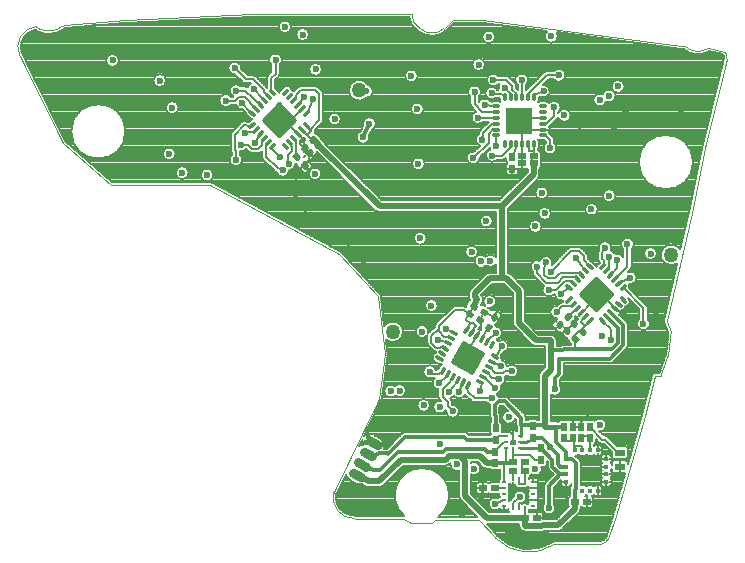
<source format=gbr>
*
*
G04 PADS 9.3 Build Number: 433611 generated Gerber (RS-274-X) file*
G04 PC Version=2.1*
*
%IN "MMSP_R.pcb"*%
*
%MOIN*%
*
%FSLAX35Y35*%
*
*
*
*
G04 PC Standard Apertures*
*
*
G04 Thermal Relief Aperture macro.*
%AMTER*
1,1,$1,0,0*
1,0,$1-$2,0,0*
21,0,$3,$4,0,0,45*
21,0,$3,$4,0,0,135*
%
*
*
G04 Annular Aperture macro.*
%AMANN*
1,1,$1,0,0*
1,0,$2,0,0*
%
*
*
G04 Odd Aperture macro.*
%AMODD*
1,1,$1,0,0*
1,0,$1-0.005,0,0*
%
*
*
G04 PC Custom Aperture Macros*
*
*
*
*
*
*
G04 PC Aperture Table*
*
%ADD010C,0.001*%
%ADD012C,0.00591*%
%ADD015C,0.05*%
%ADD016C,0.01*%
%ADD017C,0.004*%
%ADD018C,0.00787*%
%ADD019C,0.02362*%
%ADD020C,0.015*%
%ADD022C,0.01969*%
%ADD023C,0.01181*%
%ADD024C,0.01575*%
%ADD026R,0.025X0.02*%
%ADD027R,0.02X0.025*%
%ADD028R,0.035X0.024*%
%ADD029R,0.01378X0.00984*%
%ADD030R,0.00984X0.01378*%
%ADD031R,0.01575X0.01181*%
%ADD032R,0.01181X0.01575*%
%ADD033O,0.01181X0.02756*%
%ADD034O,0.02756X0.01181*%
%ADD035R,0.08661X0.08661*%
%ADD036R,0.01575X0.00984*%
%ADD037R,0.00984X0.01575*%
%ADD038C,0.03*%
%ADD039C,0.00984*%
*
*
*
*
G04 PC Circuitry*
G04 Layer Name MMSP_R.pcb - circuitry*
%LPD*%
*
*
G04 PC Custom Flashes*
G04 Layer Name MMSP_R.pcb - flashes*
%LPD*%
*
*
G04 PC Circuitry*
G04 Layer Name MMSP_R.pcb - circuitry*
%LPD*%
*
G54D10*
G01X1084338Y879416D02*
G75*
G03X1091450Y870727I6795J-1694D01*
G01X1084337Y879411D02*
X1084469Y879661D01*
X1084449Y879640*
X1099338Y910590*
X1101338Y925590*
X1099000Y945000*
X1086000Y959000*
X1043000Y982000*
X1010098*
X994098Y996000*
X979772Y1024917*
X985282Y1034748D02*
G03X979774Y1024913I607J-6800D01*
G01X985288Y1034748D02*
X985335Y1034744D01*
X986024Y1034055*
X986021Y1034056D02*
G03X994094Y1034883I3373J6886D01*
G01X994091Y1034881D02*
X994565Y1035356D01*
X1015000Y1037000*
X1057000Y1039000*
X1110433*
G03X1113187Y1034052I5045J-433*
G01X1113191Y1034049D02*
G03X1121065I3937J4610D01*
G01X1121067Y1034051D02*
X1124016Y1037000D01*
X1134000*
X1200197Y1028298*
X1201353*
G03X1209173Y1027455I4431J4416*
G01X1209174D02*
X1209247Y1027530D01*
X1214758Y1026365*
X1215407Y1024033D02*
G03X1214757Y1026366I-2399J589D01*
G01X1215407Y1024032D02*
X1208068Y994095D01*
X1203663Y972687*
X1195353Y936537*
X1196877Y932972*
X1193429Y918301D02*
G03X1196877Y932946I-27976J14316D01*
G01X1193432Y918307D02*
X1191535D01*
X1188000Y905000*
X1178563Y871588*
X1175919Y863986*
X1173588Y862205D02*
G03X1175920Y863988I-330J2848D01*
G01X1173585Y862205D02*
X1158055D01*
X1138351Y864223D02*
G03X1158054Y862204I11040J10587D01*
G01X1138356Y864218D02*
X1132826Y870374D01*
X1118110*
X1116978Y869242*
X1110236*
X1107677Y870727*
X1091453*
G54D12*
X1134075Y878883D02*
Y879867D01*
Y882851D02*
Y881867D01*
X1131841Y880867D02*
X1132825D01*
X1144192Y900182D02*
Y899198D01*
Y896639D02*
Y897623D01*
X1173949Y893433D02*
X1172965D01*
X1172374Y895205D02*
Y894220D01*
Y891661D02*
Y892646D01*
X1177000Y890579D02*
X1176016D01*
X1175228Y892154D02*
Y891169D01*
X1173457Y890579D02*
X1174441D01*
X1173457Y888020D02*
X1174441D01*
X1177000Y885461D02*
X1176016D01*
X1173457D02*
X1174441D01*
X1175228Y881327D02*
Y882311D01*
X1177000Y882902D02*
X1176016D01*
X1173457D02*
X1174441D01*
X1173949Y880047D02*
X1172965D01*
X1172374Y881819D02*
Y880835D01*
Y878276D02*
Y879260D01*
X1161843Y881327D02*
Y882311D01*
X1160071Y882902D02*
X1161055D01*
X1144094Y882087D02*
Y883071D01*
X1152559Y882874D02*
X1151575D01*
X1150886Y884350D02*
Y883366D01*
X1152559Y880906D02*
X1151575D01*
X1149213D02*
X1150197D01*
X1152559Y876969D02*
X1151575D01*
X1149213D02*
X1150197D01*
X1146063Y875787D02*
Y874803D01*
X1141240Y873524D02*
Y874508D01*
X1154243Y871025D02*
X1153259D01*
X1152009Y873009D02*
Y872025D01*
X1074587Y991123D02*
X1075283Y991819D01*
X1077570Y991299D02*
X1076874Y991995D01*
X1160591Y932075D02*
X1161287Y932771D01*
X1139514Y936933D02*
X1138661Y937425D01*
X1138912Y939860D02*
X1138420Y939008D01*
X1147244Y987189D02*
Y988173D01*
X1145882Y987402D02*
X1144898D01*
X1141913D02*
X1142898D01*
X1143898Y985167D02*
Y986152D01*
X1179724Y890139D02*
Y889154D01*
Y885770D02*
Y886754D01*
X1166929Y903612D02*
Y902628D01*
X1163976Y903612D02*
Y902628D01*
X1168701Y874394D02*
Y875378D01*
X1170935Y876378D02*
X1169951D01*
X1168701Y878362D02*
Y877378D01*
X1073189Y995680D02*
X1073885Y994984D01*
X1076023Y989972D02*
X1075327Y989276D01*
X1073217Y987166D02*
X1073913Y987862D01*
X1076200Y986989D02*
X1075504Y987685D01*
X1165759Y937244D02*
X1165063Y936548D01*
X1158229Y936822D02*
X1158925Y936126D01*
X1158052Y933839D02*
X1158748Y934535D01*
G54D15*
X1104012Y933001D03*
X1196850Y958661D03*
X1092822Y1013458D03*
G54D16*
X1131872Y941593D02*
X1130573Y942343D01*
X1130073Y941477*
X1131372Y940727*
X1131872Y941593*
X1131372Y940727D02*
X1131372D01*
X1130217Y941727D02*
X1131640D01*
X1131000Y940942D02*
Y942097D01*
X1135281Y939625D02*
X1133982Y940375D01*
X1133482Y939509*
X1134781Y938759*
X1135281Y939625*
X1134781Y938759D02*
X1134781D01*
X1133627Y939759D02*
X1135049D01*
X1134000Y939210D02*
Y940365D01*
X1135000Y939137D02*
Y939787D01*
X1159808Y936303D02*
X1158748Y935242D01*
X1159455Y934535*
X1160516Y935596*
X1159808Y936303*
X1159455Y934535D02*
X1159455D01*
X1159041Y935535D02*
X1160455D01*
X1159000Y934990D02*
Y935495D01*
X1160000Y935080D02*
Y936111D01*
X1162592Y939087D02*
X1161532Y938026D01*
X1162239Y937319*
X1163299Y938380*
X1162592Y939087*
X1162239Y937319D02*
X1162239D01*
X1161825Y938319D02*
X1163239D01*
X1162000Y937558D02*
Y938495D01*
X1163000Y938080D02*
Y938679D01*
X1166256Y933234D02*
X1167317Y932173D01*
X1168024Y932880*
X1166963Y933941*
X1166256Y933234*
X1167317Y932173D02*
X1167317D01*
X1166317Y933173D02*
X1167731D01*
X1167000Y932490D02*
Y933904D01*
X1168000Y932856D02*
Y932904D01*
X1163472Y936018D02*
X1164533Y934957D01*
X1165240Y935664*
X1164179Y936725*
X1163472Y936018*
X1164533Y934957D02*
X1164533D01*
X1163533Y935957D02*
X1164947D01*
X1164000Y935490D02*
Y936545D01*
X1165000Y935424D02*
Y935904D01*
X1073736Y988745D02*
X1074797Y987685D01*
X1075504Y988392*
X1074444Y989453*
X1073736Y988745*
X1074797Y987685D02*
X1074797D01*
X1073797Y988685D02*
X1075211D01*
X1074000Y988482D02*
Y989009D01*
X1075000Y987888D02*
Y988896D01*
X1070953Y991529D02*
X1072013Y990469D01*
X1072720Y991176*
X1071660Y992236*
X1070953Y991529*
X1072013Y990469D02*
X1072013D01*
X1071013Y991469D02*
X1072427D01*
X1071000Y991482D02*
Y991577D01*
X1072000Y990482D02*
Y991896D01*
X1077199Y996177D02*
X1078260Y997238D01*
X1077553Y997945*
X1076492Y996884*
X1077199Y996177*
X1077199*
X1076785Y997177D02*
X1078199D01*
X1077000Y996377D02*
Y997392D01*
X1078000Y996978D02*
Y997498D01*
X1074416Y993393D02*
X1075476Y994454D01*
X1074769Y995161*
X1073708Y994101*
X1074416Y993393*
X1074416*
X1074001Y994393D02*
X1075416D01*
X1074000Y993809D02*
Y994392D01*
X1075000Y993978D02*
Y994930D01*
X1137853Y937026D02*
X1138603Y938325D01*
X1137737Y938825*
X1136987Y937526*
X1137853Y937026*
X1137853*
X1137276Y938026D02*
X1138431D01*
X1137000Y937518D02*
Y937548D01*
X1138000Y937280D02*
Y938673D01*
X1135885Y933616D02*
X1136635Y934915D01*
X1135769Y935415*
X1135019Y934116*
X1135885Y933616*
X1135885*
X1135307Y934616D02*
X1136462D01*
X1136000Y933816D02*
Y935282D01*
X1130494Y939034D02*
X1129195Y939784D01*
X1128695Y938918*
X1129994Y938168*
X1130494Y939034*
X1129994Y938168D02*
X1129994D01*
X1128839Y939168D02*
X1130262D01*
X1129000Y938742D02*
Y939447D01*
X1130000Y938179D02*
Y939320D01*
X1133904Y937066D02*
X1132604Y937816D01*
X1132104Y936950*
X1133404Y936200*
X1133904Y937066*
X1133404Y936200D02*
X1133404D01*
X1132249Y937200D02*
X1133671D01*
X1133000Y936433D02*
Y937588D01*
X1163894Y930871D02*
X1164955Y929811D01*
X1165662Y930518*
X1164601Y931579*
X1163894Y930871*
X1164955Y929811D02*
X1164955D01*
X1163955Y930811D02*
X1165369D01*
X1164000Y930765D02*
Y930978D01*
X1165000Y929856D02*
Y931180D01*
X1161110Y933655D02*
X1162171Y932595D01*
X1162878Y933302*
X1161817Y934362*
X1161110Y933655*
X1162171Y932595D02*
X1162171D01*
X1161171Y933595D02*
X1162585D01*
X1162000Y932765D02*
Y934180D01*
X1078774Y994603D02*
X1079835Y995663D01*
X1079128Y996370*
X1078067Y995310*
X1078774Y994603*
X1078774*
X1078360Y995603D02*
X1079774D01*
X1079000Y994828D02*
Y996243D01*
X1075990Y991819D02*
X1077051Y992879D01*
X1076344Y993586*
X1075283Y992526*
X1075990Y991819*
X1075990*
X1075576Y992819D02*
X1076990D01*
X1076000Y991828D02*
Y993243D01*
X1077000Y992828D02*
Y992930D01*
X1123665Y922979D02*
X1130300Y919148D01*
X1134131Y925783*
X1127496Y929614*
X1123665Y922979*
X1130300Y919148D02*
X1130300D01*
X1128568Y920148D02*
X1130878D01*
X1126836Y921148D02*
X1131455D01*
X1125104Y922148D02*
X1132032D01*
X1123763Y923148D02*
X1132610D01*
X1124340Y924148D02*
X1133187D01*
X1124918Y925148D02*
X1133764D01*
X1125495Y926148D02*
X1133499D01*
X1126072Y927148D02*
X1131767D01*
X1126650Y928148D02*
X1130035D01*
X1127227Y929148D02*
X1128303D01*
X1124000Y922785D02*
Y923559D01*
X1125000Y922208D02*
Y925291D01*
X1126000Y921631D02*
Y927023D01*
X1127000Y921053D02*
Y928755D01*
X1128000Y920476D02*
Y929323D01*
X1129000Y919899D02*
Y928745D01*
X1130000Y919321D02*
Y928168D01*
X1131000Y920360D02*
Y927591D01*
X1132000Y922092D02*
Y927013D01*
X1133000Y923824D02*
Y926436D01*
X1134000Y925556D02*
Y925859D01*
X1177268Y945669D02*
X1171850Y951087D01*
X1166433Y945669*
X1171850Y940252*
X1177268Y945669*
X1171850Y940252D02*
X1171850D01*
X1170850Y941252D02*
X1172850D01*
X1169850Y942252D02*
X1173850D01*
X1168850Y943252D02*
X1174850D01*
X1167850Y944252D02*
X1175850D01*
X1166850Y945252D02*
X1176850D01*
X1167016Y946252D02*
X1176685D01*
X1168016Y947252D02*
X1175685D01*
X1169016Y948252D02*
X1174685D01*
X1170016Y949252D02*
X1173685D01*
X1171016Y950252D02*
X1172685D01*
X1167000Y945102D02*
Y946236D01*
X1168000Y944102D02*
Y947236D01*
X1169000Y943102D02*
Y948236D01*
X1170000Y942102D02*
Y949236D01*
X1171000Y941102D02*
Y950236D01*
X1172000Y940401D02*
Y950937D01*
X1173000Y941401D02*
Y949937D01*
X1174000Y942401D02*
Y948937D01*
X1175000Y943401D02*
Y947937D01*
X1176000Y944401D02*
Y946937D01*
X1177000Y945401D02*
Y945937D01*
X1066142Y1009158D02*
X1060724Y1003740D01*
X1066142Y998323*
X1071559Y1003740*
X1066142Y1009158*
Y998323D02*
X1066142D01*
X1065142Y999323D02*
X1067142D01*
X1064142Y1000323D02*
X1068142D01*
X1063142Y1001323D02*
X1069142D01*
X1062142Y1002323D02*
X1070142D01*
X1061142Y1003323D02*
X1071142D01*
X1061307Y1004323D02*
X1070977D01*
X1062307Y1005323D02*
X1069977D01*
X1063307Y1006323D02*
X1068977D01*
X1064307Y1007323D02*
X1067977D01*
X1065307Y1008323D02*
X1066977D01*
X1061000Y1003464D02*
Y1004016D01*
X1062000Y1002464D02*
Y1005016D01*
X1063000Y1001464D02*
Y1006016D01*
X1064000Y1000464D02*
Y1007016D01*
X1065000Y999464D02*
Y1008016D01*
X1066000Y998464D02*
Y1009016D01*
X1067000Y999181D02*
Y1008299D01*
X1068000Y1000181D02*
Y1007299D01*
X1069000Y1001181D02*
Y1006299D01*
X1070000Y1002181D02*
Y1005299D01*
X1071000Y1003181D02*
Y1004299D01*
G54D17*
X1103937Y933071D02*
X1103942D01*
X1104012Y933001*
X1092822Y1013458D02*
X1095276Y1013189D01*
G54D18*
X1138976Y867717D02*
X1142323Y866142D01*
X1148524*
X1148917Y865748*
X1155118*
X1138189Y875591D02*
X1141157Y876969D01*
X1141240*
X1133465Y876772D02*
X1133829D01*
Y880867*
X1134075*
X1138012D02*
Y880906D01*
X1141240*
X1148031Y871025D02*
Y874114D01*
Y886576D02*
X1148072D01*
X1155118Y871260D02*
X1155205Y871075D01*
X1157283Y872060*
X1161843Y876619*
Y882902*
X1144094Y883760D02*
X1144135Y886576D01*
X1146063Y883760D02*
Y882185D01*
X1148031*
Y883760*
Y886576*
X1144094Y874114D02*
Y875787D01*
X1146358Y878051*
X1146457Y877953*
X1141240Y882874D02*
Y888475D01*
X1141892Y889127*
X1152009Y871025D02*
Y871034D01*
X1158071*
Y871260*
X1161523Y887897D02*
X1161843D01*
Y888020*
X1161523Y885338D02*
X1161843D01*
Y885461*
X1179724Y884252D02*
Y887954D01*
X1140354Y907480D02*
Y902544D01*
X1144192Y898706*
Y898411*
X1138363Y897028D02*
X1139564Y898228D01*
X1141397Y898214*
X1141791*
Y898115*
X1138290Y893064D02*
Y893310D01*
X1140158Y895178*
Y895197*
X1140200Y895239*
X1140200D02*
Y895259D01*
X1140200D02*
X1141088Y896147D01*
X1141791*
X1143663Y889135D02*
X1144094Y889567D01*
X1156102Y894488D02*
X1156299Y894685D01*
X1153412Y893890D02*
Y894140D01*
X1144192Y893883D02*
Y891929D01*
X1149705*
X1151430Y890203*
X1153412*
X1148031Y889567D02*
X1147215Y889135D01*
Y886576*
X1148031*
X1141791Y894178D02*
Y890894D01*
X1141900Y890784*
Y889135*
X1144094Y889567D02*
X1144192Y889135D01*
Y891929*
X1164697Y893433D02*
Y895079D01*
X1167256*
Y893433*
X1169685Y901378D02*
Y901128D01*
X1173766Y897047*
X1174881*
X1179174Y892754*
X1179724*
X1169685Y897441D02*
X1169815D01*
Y893433*
X1161220Y897441D02*
X1161417Y896585D01*
X1163976*
Y897441*
X1166929D02*
Y898297D01*
X1169685*
Y897441*
X1163976Y901378D02*
X1166929D01*
Y902953*
X1172835Y908858*
X1163976Y897441D02*
X1164520D01*
Y893433*
X1164697*
X1120669Y913889D02*
X1122331Y915551D01*
X1122471*
X1122928Y916008*
X1123715Y917372*
X1124109Y918054*
X1120669Y913889D02*
Y911417D01*
X1122364Y909722*
Y908147*
X1124016Y906496*
X1119488Y915945D02*
X1122010Y918356D01*
X1122404Y919038*
X1116339Y919685D02*
X1117091Y918933D01*
X1118784*
X1120305Y919340*
X1120699Y920022*
X1128829Y914419D02*
X1129237Y912898D01*
Y912889*
X1131299Y910827*
X1137008*
X1128829Y914419D02*
X1129223Y915101D01*
X1128898Y924381D02*
X1128046Y924873D01*
X1130703Y929476*
Y929548*
X1130802Y929646*
X1131983Y931692*
X1122835Y912992D02*
X1125420Y916388D01*
X1125813Y917070*
X1133268Y913386D02*
X1133938Y915788D01*
X1126181Y912992D02*
X1127125Y915403D01*
X1127518Y916085*
X1138178Y924706D02*
X1138319Y924624D01*
X1140354Y928150*
X1137194Y923001D02*
X1137875Y922607D01*
X1139961Y921457*
X1136209Y921296D02*
X1136891Y920903D01*
X1137861Y919645*
X1138214Y919291*
X1140945*
X1141535Y919882*
X1143701*
X1135225Y919591D02*
X1135907Y919198D01*
X1136876Y917940*
X1137205Y917612*
X1139370Y917126*
X1134241Y917887D02*
X1134923Y917493D01*
X1137992Y914370*
X1133257Y916182D02*
X1133938Y915788D01*
X1164370Y927165D02*
X1164955Y927750D01*
X1119488Y934055D02*
Y934952D01*
X1124630Y940094*
X1127660*
X1129520Y939019*
X1119488Y934055D02*
Y933158D01*
X1121260Y931387*
X1122873Y931269*
X1123555Y930875*
X1116929Y931586D02*
X1119398Y934055D01*
X1119488*
X1116929Y931586D02*
Y929418D01*
X1118591Y927756*
X1119291*
X1120905Y927859*
X1121587Y927465*
X1119094Y930315D02*
X1121889Y929564D01*
X1122571Y929170*
X1129754Y935797D02*
X1130935D01*
X1131693Y935039*
X1130972Y941535D02*
X1129520Y939019D01*
X1129594Y938976*
X1141929Y935433D02*
X1137750Y937846D01*
X1137795Y937925*
X1128352Y937008D02*
X1128602Y937258D01*
X1129594Y938976*
X1128352Y937008D02*
X1128543D01*
X1129754Y935797*
X1135830Y934514D02*
X1133646Y930732D01*
X1133688Y930708*
X1121654Y934055D02*
X1123858Y932974D01*
X1124540Y932580*
X1128573Y933661D02*
X1129754Y935706D01*
Y935797*
X1130278Y932676D02*
X1131459Y934722D01*
X1131693Y934956*
Y935039*
X1131983Y931692D02*
X1133071Y933661D01*
X1133465Y934449*
X1135392Y929724D02*
X1135786Y930405D01*
X1138386Y932677*
X1133465Y934449D02*
X1133004Y937008D01*
X1134382Y939567*
X1135827Y934516D02*
X1135830Y934514D01*
X1134382Y939567D02*
X1137795Y937925D01*
X1156102Y946850D02*
X1158451D01*
X1161601Y950000*
X1161952*
X1162063Y949889*
X1163638*
X1164286Y949241*
X1160236Y945472D02*
X1162662Y947898D01*
X1162803Y947757*
X1158661Y939567D02*
X1160544Y941450D01*
X1162063*
X1163638*
X1164286Y942098*
X1159632Y935419D02*
X1159843Y935630D01*
X1161994Y933479*
X1169851Y936534D02*
X1168170Y934853D01*
X1166757Y933440*
X1167140Y933057*
X1164172Y931300D02*
X1166534Y933662D01*
X1166757Y933440*
X1164172Y931300D02*
X1164778Y930695D01*
X1166929Y936614D02*
X1168329Y938014D01*
X1168371*
X1166929Y936614D02*
Y936094D01*
X1168170Y934853*
X1171850Y945669D02*
X1172546Y946365D01*
X1178114Y940797*
X1178671Y940241*
X1181102Y938976*
X1173938Y936622D02*
X1176772Y933788D01*
Y930315*
X1169762Y936622D02*
X1169851Y936534D01*
X1166979Y939406D02*
X1169896Y942323D01*
Y943715*
X1171850Y945669*
X1164195Y942189D02*
X1164286Y942098D01*
X1161994Y933479D02*
X1164356Y935841D01*
X1164778Y930695D02*
X1164955Y930518D01*
Y927750*
X1164356Y935841D02*
X1164370D01*
Y936797*
X1166979Y939406*
X1162416Y938203D02*
X1162619Y937999D01*
X1165502Y940882*
X1165587Y940797*
X1180898Y947757D02*
X1187598Y941057D01*
Y935630*
X1085236Y965945D02*
X1085187Y965896D01*
X1091191Y959892*
X1094488Y953937D02*
Y956890D01*
X1091142Y959843D02*
X1091191Y959892D01*
X1155118Y956102D02*
X1154528Y953937D01*
Y952056*
X1155796Y950787*
X1157990*
X1159958Y952756*
X1164173*
X1164256Y952673*
X1166422*
X1167070Y952024*
X1156693Y952953D02*
X1163583Y959843D01*
X1166054*
X1167707Y958189*
Y956772*
X1169762Y954717*
X1152165Y954724D02*
Y952469D01*
X1155225Y949409*
X1158961*
X1160929Y951378*
X1162940*
X1163037Y951281*
X1165030*
X1165678Y950633*
X1173819Y958930D02*
X1174606Y961095D01*
X1174803Y961024*
X1173819Y958930D02*
Y957371D01*
X1174341Y956848*
X1165157Y957677D02*
X1167814Y953882D01*
X1168371Y953325*
X1173938Y954717D02*
X1174341Y955120D01*
Y956848*
X1175330Y953325D02*
X1175422Y953234D01*
X1176070Y953882*
Y958071*
X1176181*
X1176722Y951933D02*
X1178937Y954148D01*
Y956890*
X1178114Y950541D02*
X1182283Y954710D01*
Y962205*
X1179506Y949149D02*
X1180063Y949706D01*
X1183268Y950984*
X1164195Y949149D02*
X1164286Y949241D01*
X1165587Y950541D02*
X1165678Y950633D01*
X1166979Y951933D02*
X1167070Y952024D01*
X1071850Y977362D02*
X1074803Y974409D01*
Y973228*
X1077756Y970276*
X1071850Y981102D02*
Y985799D01*
X1074620Y988569*
X1051378Y998732D02*
X1054418Y1001772D01*
X1054962*
X1056637Y1001195*
X1057094Y1001652*
X1051378Y998732D02*
Y993646D01*
X1051772Y993252*
Y990354*
X1053543Y995276D02*
X1055851D01*
X1057229Y993898*
X1059165*
X1060530Y995263*
Y996920*
X1061178Y997568*
X1061270Y997476*
X1054921Y999213D02*
Y999521D01*
X1057929*
X1058577Y1000169*
X1058268Y996063D02*
X1059321Y998312D01*
X1059878Y998868*
X1058486Y1000260D02*
X1058577Y1000169D01*
X1079528Y1003473D02*
X1076448Y1000394D01*
X1076860Y999982*
Y999891*
X1075591Y998629D02*
X1075597D01*
X1076860Y999891*
X1075591Y998629D02*
X1077267Y996952D01*
X1077376Y997061*
X1068230Y1001652D02*
X1068701Y1001181D01*
X1070093*
X1072405Y998868*
X1068230Y1001652D02*
X1073797Y1007220D01*
X1066535Y991142D02*
X1063519Y994158D01*
X1064054Y994693*
X1064054*
X1061922Y995528D02*
Y991285D01*
X1065354Y987853*
X1067236Y986672*
X1067236D02*
X1067323Y986811D01*
X1061922Y995528D02*
X1062570Y996176D01*
X1062662Y996084*
X1069094Y988976D02*
Y991994D01*
X1070520Y993419*
Y993906*
X1069094Y988976D02*
X1069488D01*
X1066142Y1003740D02*
X1068230Y1001652D01*
X1075189Y1005828D02*
X1075746Y1006385D01*
X1077362Y1010630*
X1075189Y1001652D02*
X1076448Y1000394D01*
X1073797Y1000260D02*
X1073878Y1000341D01*
X1075591Y998629*
X1072405Y998868D02*
X1074592Y996682D01*
Y994277*
X1071014Y997476D02*
X1071898Y996592D01*
X1069622Y996084D02*
X1069650Y996113D01*
X1070226Y995536*
X1070520Y993906*
X1078951Y995486D02*
X1079556Y996092D01*
X1074592Y994277D02*
X1076167Y992703D01*
X1077376Y997061D02*
X1077982Y997667D01*
X1079556Y996092*
X1071836Y991353D02*
X1071898Y991414D01*
Y996592*
X1074620Y988569D02*
X1076167Y990116D01*
Y992703*
X1132480Y1004331D02*
X1138386D01*
X1130906Y990945D02*
X1136024Y996063D01*
Y999078*
X1137469Y1000523*
X1138386*
Y1000394*
X1133858Y997047D02*
X1134190Y999213D01*
X1137469Y1002492*
X1138386*
Y1002362*
Y995079D02*
Y998425D01*
X1137205Y991732D02*
X1140613D01*
X1143436Y994556*
X1151181Y993094D02*
Y995472D01*
X1147244Y1002165D02*
X1149016Y1000394D01*
X1154134*
X1148425Y1003740D02*
X1149016Y1004331D01*
X1154134*
X1150325Y989173D02*
Y991535D01*
X1151181*
X1150325Y989173D02*
X1150984D01*
X1146260Y1003346D02*
X1147244D01*
Y1002165*
X1154134Y1002362D02*
Y1002233D01*
X1155051*
X1157874Y1005056*
Y1007874*
X1154134Y1000394D02*
X1165650D01*
X1166634Y1001378*
X1177953*
X1154134Y998425D02*
X1154921D01*
X1156496Y997047*
Y994291*
X1149213Y995472D02*
X1149409Y995276D01*
Y993110*
X1151164*
X1151181Y993094*
X1147244Y995472D02*
Y1002165D01*
X1143307Y995472D02*
X1143436D01*
Y994556*
X1147244Y989173D02*
Y991535D01*
X1143898Y991339D02*
X1144504D01*
Y992195*
X1145276Y994685*
Y995472*
X1147244Y991535D02*
Y995472D01*
X1151181Y991535D02*
Y993094D01*
X1181299Y1005709D02*
X1185433Y1009843D01*
X1203346*
X1053937Y1009252D02*
X1056537Y1006385D01*
X1057094Y1005828*
X1048425Y1010039D02*
X1051575D01*
X1052953Y1011417*
X1054834*
X1056496Y1009755*
Y1009210*
X1056816Y1008890*
X1057929Y1007777*
X1058486Y1007220*
X1051378Y1020866D02*
X1055096Y1017148D01*
X1057371*
X1060992Y1013527*
Y1013066*
X1062662Y1011396*
X1057677Y1013780D02*
X1060713Y1010561D01*
X1061270Y1010004*
X1051772Y1013386D02*
X1054911D01*
X1057349Y1010948*
X1057542*
X1059878Y1008612*
X1063497Y1013345D02*
Y1017456D01*
X1064961Y1018920*
Y1023622*
X1063497Y1013345D02*
X1064054Y1012788D01*
X1071014Y1010004D02*
X1071570Y1010561D01*
X1072135Y1012205*
X1073513Y1013583*
X1078062*
X1079528Y1012117*
Y1003473*
X1072405Y1008612D02*
X1072962Y1009169D01*
X1074409Y1011417*
X1134646Y1008661D02*
X1137598Y1008268D01*
X1138386*
X1137598Y1016929D02*
X1141842D01*
X1143898Y1014873*
Y1013644*
X1145405Y1012137*
X1131299Y1012992D02*
Y1008946D01*
X1133946Y1006299*
X1138386*
X1137008Y1012598D02*
X1141339Y1012008D01*
Y1011220*
Y1014370D02*
X1141271Y1014303D01*
X1143436Y1012137*
Y1011220*
X1149083D02*
Y1012137D01*
X1155450Y1018504*
X1159449*
X1149083Y1011220D02*
X1149213D01*
X1147047Y1016929D02*
X1147178D01*
Y1011220*
X1147244*
X1143307D02*
X1143436D01*
X1145276D02*
X1145405D01*
Y1012137*
X1151181Y1011220D02*
Y1012008D01*
X1154331Y1013189*
X1192126Y959055D02*
G03X1192126I-2165J0D01*
G01X1204134Y989567D02*
G03X1204134I-9055J0D01*
G01X1178346Y978346D02*
G03X1178346I-2165J0D01*
G01X1172441Y973819D02*
G03X1172441I-2165J0D01*
G01X1153740Y968110D02*
G03X1153740I-2165J0D01*
G01X1156890Y972441D02*
G03X1156890I-2166J0D01*
G01X1155906Y979331D02*
G03X1155906I-2166J0D01*
G01X1134843Y1022047D02*
G03X1134843I-2166J0D01*
G01X1138189Y1031299D02*
G03X1138189I-2165J0D01*
G01X1114764Y988976D02*
G03X1114764I-2166J0D01*
G01X1114370Y1007283D02*
G03X1114370I-2165J0D01*
G01X1112402Y1018307D02*
G03X1112402I-2166J0D01*
G01X1086811Y1003937D02*
G03X1086811I-2165J0D01*
G01X1080512Y1020472D02*
G03X1080512I-2166J0D01*
G01X1076181Y1032087D02*
G03X1076181I-2165J0D01*
G01X1070276Y1034646D02*
G03X1070276I-2166J0D01*
G01X1044291Y985236D02*
G03X1044291I-2165J0D01*
G01X1036024Y986024D02*
G03X1036024I-2166J0D01*
G01X1031693Y992323D02*
G03X1031693I-2165J0D01*
G01X1032677Y1007677D02*
G03X1032677I-2165J0D01*
G01X1028543Y1016732D02*
G03X1028543I-2165J0D01*
G01X1014961Y999803D02*
G03X1014961I-9055J0D01*
G01X1012795Y1023425D02*
G03X1012795I-2165J0D01*
G01X1116535Y908465D02*
G03X1116535I-2165J0D01*
G01X1137402Y969882D02*
G03X1137402I-2166J0D01*
G01X1132480Y959646D02*
G03X1132480I-2165J0D01*
G01X1119095Y941732D02*
G03X1119095I-2166J0D01*
G01X1115354Y964173D02*
G03X1115354I-2165J0D01*
G01X1080315Y985630D02*
G03X1080315I-2165J0D01*
G01X1214451Y1024267D02*
G03X1214227Y1025471I-1443J355D01*
G01X1214227D02*
X1209464Y1026478D01*
X1200961Y1027314D02*
G03X1209464Y1026478I4823J5400D01*
G01X1200961Y1027314D02*
X1200197D01*
X1200069Y1027322D02*
G03X1200197Y1027314I128J976D01*
G01X1200069Y1027322D02*
X1158642Y1032768D01*
X1155525Y1033178D02*
G03X1158642Y1032768I1365J-1682D01*
G01X1155525Y1033178D02*
X1133936Y1036016D01*
X1124423*
X1121763Y1033355*
X1121706Y1033303D02*
G03X1121763Y1033355I-639J748D01*
G01X1112639Y1033228D02*
G03X1121706Y1033303I4489J5431D01*
G01X1109456Y1038016D02*
G03X1112639Y1033228I6022J551D01*
G01X1109456Y1038016D02*
X1057023D01*
X1015063Y1036018*
X995005Y1034404*
X994787Y1034185*
X994693Y1034103D02*
G03X994787Y1034185I-602J778D01*
G01X985591Y1033171D02*
G03X994693Y1034103I3803J7771D01*
G01X985328Y1033359D02*
G03X985591Y1033171I696J696D01*
G01X985328Y1033359D02*
X984969Y1033718D01*
G03X980654Y1025354I920J-5770*
G01X994894Y996612*
X1010468Y982984*
X1043000*
X1043464Y982868D02*
G03X1043000Y982984I-464J-868D01*
G01X1043464Y982868D02*
X1086464Y959868D01*
X1086721Y959670D02*
G03X1086464Y959868I-721J-670D01*
G01X1086721Y959670D02*
X1099721Y945670D01*
X1099977Y945118D02*
G03X1099721Y945670I-977J-118D01*
G01X1099977Y945118D02*
X1101191Y935045D01*
X1101757Y930345D02*
G03X1101191Y935045I2255J2656D01*
G01X1101757Y930345D02*
X1102316Y925707D01*
X1102314Y925459D02*
G03X1102316Y925707I-976J131D01*
G01X1102314Y925459D02*
X1100314Y910459D01*
X1100225Y910163D02*
G03X1100314Y910459I-887J427D01*
G01X1100225Y910163D02*
X1094503Y898268D01*
X1097462Y898763D02*
G03X1094503Y898268I-1153J-2201D01*
G01X1097462Y898763D02*
X1100119Y897371D01*
X1101159Y894001D02*
G03X1100119Y897371I-2192J1169D01*
G01X1101159Y894001D02*
X1101983D01*
X1107127Y899145*
X1108240Y899606D02*
G03X1107127Y899145I0J-1575D01*
G01X1108240Y899606D02*
X1127953D01*
X1129066Y899145D02*
G03X1127953Y899606I-1113J-1114D01*
G01X1129066Y899145D02*
X1129609Y898603D01*
X1136434*
X1136690Y898996D02*
G03X1136434Y898603I673J-718D01*
G01X1136379Y899715D02*
G03X1136690Y898996I984J-0D01*
G01X1136379Y899715D02*
Y902215D01*
X1136788Y903014D02*
G03X1136379Y902215I575J-799D01*
G01X1136788Y903014D02*
Y904119D01*
X1136417Y905134D02*
G03X1136788Y904119I1575J0D01*
G01X1136417Y905134D02*
Y908459D01*
X1136442Y908737D02*
G03X1136417Y908459I1550J-278D01*
G01X1135338Y909449D02*
G03X1136442Y908737I1670J1378D01*
G01X1135338Y909449D02*
X1131299D01*
X1130325Y909852D02*
G03X1131299Y909449I974J975D01*
G01X1130325Y909852D02*
X1128263Y911915D01*
X1128136Y912061D02*
G03X1128263Y911915I1101J828D01*
G01X1124508Y911618D02*
G03X1128136Y912061I1673J1374D01*
G01X1123181Y910855D02*
G03X1124508Y911618I-346J2137D01*
G01X1123181Y910855D02*
X1123339Y910697D01*
X1123742Y909722D02*
G03X1123339Y910697I-1378J0D01*
G01X1123742Y909722D02*
Y908718D01*
X1123809Y908652*
X1121860Y906703D02*
G03X1123809Y908652I2156J-207D01*
G01X1121860Y906703D02*
X1121634Y906929D01*
X1120149Y909989D02*
G03X1121634Y906930I-464J-2115D01*
G01X1120149Y909989D02*
X1119695Y910443D01*
X1119291Y911417D02*
G03X1119695Y910443I1378J0D01*
G01X1119291Y911417D02*
Y913788D01*
X1118040Y917555D02*
G03X1119291Y913788I1448J-1610D01*
G01X1118040Y917555D02*
X1117091D01*
X1116839Y917578D02*
G03X1117091Y917555I252J1355D01*
G01X1118412Y920311D02*
G03X1116839Y917578I-2073J-626D01*
G01X1118412Y920311D02*
X1118603D01*
X1119129Y920452*
X1119729Y921492*
X1120323Y922078D02*
G03X1119729Y921492I770J-1374D01*
G01X1120320Y922088D02*
G03X1120323Y922078I382J97D01*
G01X1119513Y922298D02*
G03X1120320Y922088I787J1364D01*
G01X1119513Y922298D02*
X1118149Y923086D01*
X1118364Y925917D02*
G03X1118149Y923086I572J-1467D01*
G01X1118365Y926397D02*
G03X1118364Y925917I1556J-243D01*
G01X1117617Y926782D02*
G03X1118365Y926397I974J974D01*
G01X1117617Y926782D02*
X1115955Y928444D01*
X1115551Y929418D02*
G03X1115955Y928444I1378J0D01*
G01X1115551Y929418D02*
Y931586D01*
X1115581Y931869D02*
G03X1115551Y931586I1348J-283D01*
G01X1115853Y932446D02*
G03X1115580Y931869I-2073J625D01*
G01X1115955Y932560D02*
G03X1115853Y932446I974J-974D01*
G01X1115955Y932560D02*
X1118110Y934716D01*
Y934952*
X1118514Y935926D02*
G03X1118110Y934952I974J-974D01*
G01X1118514Y935926D02*
X1123655Y941068D01*
X1124630Y941471D02*
G03X1123655Y941068I-0J-1377D01*
G01X1124630Y941471D02*
X1127660D01*
X1128349Y941287D02*
G03X1127660Y941471I-689J-1193D01*
G01X1128349Y941287D02*
X1128406Y941253D01*
X1128537Y941787D02*
G03X1128406Y941253I853J-493D01*
G01X1128537Y941787D02*
X1129537Y943519D01*
X1129686Y943714D02*
G03X1129537Y943519I704J-688D01*
G01X1129528Y944488D02*
G03X1129686Y943714I1968J0D01*
G01X1129528Y944488D02*
Y945866D01*
X1130104Y947258D02*
G03X1129528Y945866I1392J-1392D01*
G01X1130104Y947258D02*
X1135025Y952179D01*
X1136417Y952756D02*
G03X1135025Y952179I0J-1969D01*
G01X1136417Y952756D02*
X1138386D01*
Y955448*
X1135132Y955114D02*
G03X1138386Y955448I1482J1579D01*
G01X1134947Y958075D02*
G03X1135132Y955114I-1482J-1579D01*
G01X1138386Y957938D02*
G03X1134947Y958075I-1772J-1245D01*
G01X1138386Y957938D02*
Y972835D01*
X1099634*
X1098242Y973411D02*
G03X1099634Y972835I1392J1392D01*
G01X1098242Y973411D02*
X1078742Y992912D01*
X1078454Y992183D02*
G03X1078742Y992912I-696J696D01*
G01X1078454Y992183D02*
X1076686Y990416D01*
X1075859Y990136D02*
G03X1076686Y990416I131J976D01*
G01X1075859Y990136D02*
X1076907Y989088D01*
Y987696D02*
G03Y989088I-696J696D01*
G01Y987696D02*
X1075493Y986282D01*
X1074101D02*
G03X1075493I696J696D01*
G01X1074101D02*
X1072333Y988049D01*
X1072046Y988778D02*
G03X1072333Y988049I983J-33D01*
G01X1071650Y988847D02*
G03X1072046Y988778I363J915D01*
G01X1069488Y986811D02*
G03X1071650Y988847I0J2165D01*
G01X1065215Y986313D02*
G03X1069488Y986811I2108J498D01*
G01X1065215Y986313D02*
X1064622Y986686D01*
X1064380Y986879D02*
G03X1064622Y986686I974J974D01*
G01X1064380Y986879D02*
X1060948Y990311D01*
X1060544Y991285D02*
G03X1060948Y990311I1378J0D01*
G01X1060544Y991285D02*
Y993328D01*
X1060139Y992923*
X1059165Y992520D02*
G03X1060139Y992923I-0J1378D01*
G01X1059165Y992520D02*
X1057229D01*
X1056254Y992923D02*
G03X1057229Y992520I975J975D01*
G01X1056254Y992923D02*
X1055280Y993898D01*
X1055214*
X1053150Y993146D02*
G03X1055214Y993898I393J2130D01*
G01X1053150Y993146D02*
Y992025D01*
X1050394D02*
G03X1053150I1378J-1671D01*
G01X1050394D02*
Y992682D01*
X1050000Y993646D02*
G03X1050394Y992682I1378J0D01*
G01X1050000Y993646D02*
Y998732D01*
X1050404Y999706D02*
G03X1050000Y998732I974J-974D01*
G01X1050404Y999706D02*
X1053444Y1002746D01*
X1054418Y1003150D02*
G03X1053444Y1002746I0J-1378D01*
G01X1054418Y1003150D02*
X1054962D01*
X1055411Y1003074D02*
G03X1054962Y1003150I-449J-1302D01*
G01X1055411Y1003074D02*
X1056064Y1002850D01*
X1056537Y1003323*
X1057263Y1003735D02*
G03X1056537Y1003323I388J-1526D01*
G01X1057263Y1003745D02*
G03Y1003735I393J-5D01*
G01X1056537Y1004158D02*
G03X1057263Y1003745I1114J1113D01*
G01X1056537Y1004158D02*
X1055424Y1005271D01*
X1055004Y1006024D02*
G03X1055424Y1005271I1533J361D01*
G01X1055004Y1006024D02*
X1054038Y1007089D01*
X1051846Y1008688D02*
G03X1054038Y1007089I2091J564D01*
G01X1051575Y1008661D02*
G03X1051846Y1008688I-0J1378D01*
G01X1051575Y1008661D02*
X1050096D01*
Y1011417D02*
G03Y1008661I-1671J-1378D01*
G01Y1011417D02*
X1050869D01*
X1053442Y1014764D02*
G03X1050869Y1011417I-1670J-1378D01*
G01X1053442Y1014764D02*
X1054911D01*
X1055653Y1014547D02*
G03X1054911Y1014764I-742J-1161D01*
G01X1056808Y1015763D02*
G03X1055653Y1014547I869J-1983D01*
G01X1056808Y1015763D02*
X1056800Y1015770D01*
X1055096*
X1054122Y1016173D02*
G03X1055096Y1015770I974J975D01*
G01X1054122Y1016173D02*
X1051585Y1018711D01*
X1053533Y1020659D02*
G03X1051585Y1018711I-2155J207D01*
G01X1053533Y1020659D02*
X1055667Y1018526D01*
X1057371*
X1058346Y1018122D02*
G03X1057371Y1018526I-975J-974D01*
G01X1058346Y1018122D02*
X1061966Y1014502D01*
X1062119Y1014320D02*
G03X1061966Y1014502I-1127J-793D01*
G01X1062119Y1014320D02*
Y1017456D01*
X1062523Y1018431D02*
G03X1062119Y1017456I974J-975D01*
G01X1062523Y1018431D02*
X1063583Y1019491D01*
Y1021952*
X1066339D02*
G03X1063583I-1378J1670D01*
G01X1066339D02*
Y1018920D01*
X1065935Y1017945D02*
G03X1066339Y1018920I-974J975D01*
G01X1065935Y1017945D02*
X1064875Y1016885D01*
Y1014194*
X1065724Y1013345*
X1066137Y1012619D02*
G03X1065724Y1013345I-1526J-388D01*
G01X1066147Y1012619D02*
G03X1066137I-5J-394D01*
G01X1066559Y1013345D02*
G03X1066147Y1012619I1114J-1114D01*
G01X1066559Y1013345D02*
X1067673Y1014458D01*
X1070352Y1013518D02*
G03X1067673Y1014458I-1566J-173D01*
G01X1071163Y1013182D02*
G03X1070352Y1013518I-985J-1229D01*
G01X1071163Y1013182D02*
X1072538Y1014557D01*
X1073513Y1014961D02*
G03X1072538Y1014557I-0J-1378D01*
G01X1073513Y1014961D02*
X1078062D01*
X1079037Y1014557D02*
G03X1078062Y1014961I-975J-974D01*
G01X1079037Y1014557D02*
X1080502Y1013092D01*
X1080906Y1012117D02*
G03X1080502Y1013092I-1378J0D01*
G01X1080906Y1012117D02*
Y1003473D01*
X1080502Y1002499D02*
G03X1080906Y1003473I-974J974D01*
G01X1080502Y1002499D02*
X1078218Y1000215D01*
X1078238Y999982D02*
G03X1078218Y1000215I-1378J-0D01*
G01X1078238Y999982D02*
Y999891D01*
X1078158Y999429D02*
G03X1078238Y999891I-1298J462D01*
G01X1078249Y999348D02*
G03X1078158Y999429I-696J-696D01*
G01X1078249Y999348D02*
X1079663Y997934D01*
X1080531Y997066*
X1081238Y996359*
X1081526Y995696D02*
G03X1081238Y996359I-984J-33D01*
G01X1081526Y995696D02*
X1100450Y976772D01*
X1139539*
X1149016Y986248*
Y987339*
X1148494Y987189D02*
G03X1149016Y987339I0J984D01*
G01X1148494Y987189D02*
X1145994D01*
X1145882Y987195D02*
G03X1145994Y987189I112J978D01*
G01X1145882Y987195D02*
Y986152D01*
X1144898Y985167D02*
G03X1145882Y986152I-0J985D01*
G01X1144898Y985167D02*
X1142898D01*
X1141913Y986152D02*
G03X1142898Y985167I985J-0D01*
G01X1141913Y986152D02*
Y988652D01*
X1142225Y989370D02*
G03X1141913Y988652I673J-718D01*
G01Y990089D02*
G03X1142225Y989370I985J-0D01*
G01X1141913Y990089D02*
Y991084D01*
X1141587Y990758*
X1140613Y990354D02*
G03X1141587Y990758I-0J1378D01*
G01X1140613Y990354D02*
X1138875D01*
X1136625Y993819D02*
G03X1138875Y990354I580J-2087D01*
G01X1136325Y994415D02*
G03X1136625Y993819I2061J664D01*
G01X1136325Y994415D02*
X1133061Y991152D01*
X1131112Y993100D02*
G03X1133061Y991152I-206J-2155D01*
G01X1131112Y993100D02*
X1133050Y995038D01*
X1132749Y998907D02*
G03X1133050Y995038I1109J-1860D01*
G01X1132749Y998907D02*
X1132828Y999421D01*
X1133216Y1000187D02*
G03X1132828Y999421I974J-974D01*
G01X1133216Y1000187D02*
X1135982Y1002953D01*
X1134151*
X1131884Y1006412D02*
G03X1134151Y1002953I596J-2081D01*
G01X1131884Y1006412D02*
X1130325Y1007971D01*
X1129921Y1008946D02*
G03X1130325Y1007971I1378J-0D01*
G01X1129921Y1008946D02*
Y1011322D01*
X1132677D02*
G03X1129921I-1378J1670D01*
G01X1132677D02*
Y1009564D01*
X1136483Y1009807D02*
G03X1132677Y1009564I-1837J-1146D01*
G01X1136483Y1009807D02*
X1137025Y1009734D01*
X1137598Y1009843D02*
G03X1137025Y1009734I0J-1575D01*
G01X1137598Y1009843D02*
X1139173D01*
X1139978Y1009621D02*
G03X1139173Y1009843I-805J-1353D01*
G01X1139985Y1009628D02*
G03X1139978Y1009621I275J-282D01*
G01X1139764Y1010433D02*
G03X1139985Y1009628I1575J0D01*
G01X1139764Y1010433D02*
Y1010832D01*
X1138477Y1011007*
X1138849Y1013738D02*
G03X1138477Y1011007I-1841J-1140D01*
G01X1138849Y1013738D02*
X1139287Y1013678D01*
X1139524Y1015551D02*
G03X1139287Y1013678I1815J-1181D01*
G01X1139524Y1015551D02*
X1139269D01*
Y1018307D02*
G03Y1015551I-1671J-1378D01*
G01Y1018307D02*
X1141842D01*
X1142816Y1017904D02*
G03X1141842Y1018307I-974J-975D01*
G01X1142816Y1017904D02*
X1144872Y1015848D01*
X1145276Y1014873D02*
G03X1144872Y1015848I-1378J0D01*
G01X1145276Y1014873D02*
Y1014215D01*
X1145801Y1013690*
Y1015159*
X1148556Y1015376D02*
G03X1145801Y1015159I-1509J1553D01*
G01X1148556Y1015376D02*
Y1013559D01*
X1154476Y1019478*
X1155450Y1019882D02*
G03X1154476Y1019478I0J-1378D01*
G01X1155450Y1019882D02*
X1157778D01*
Y1017126D02*
G03Y1019882I1671J1378D01*
G01Y1017126D02*
X1156021D01*
X1154248Y1015353*
X1153251Y1011312D02*
G03X1154248Y1015353I1080J1877D01*
G01X1153251Y1011312D02*
X1152756Y1011127D01*
Y1010433*
X1152535Y1009628D02*
G03X1152756Y1010433I-1354J805D01*
G01X1152542Y1009621D02*
G03X1152535Y1009628I-282J-275D01*
G01X1153346Y1009843D02*
G03X1152542Y1009621I0J-1575D01*
G01X1153346Y1009843D02*
X1154921D01*
X1156177Y1009219D02*
G03X1154921Y1009843I-1256J-951D01*
G01X1159252Y1006204D02*
G03X1156177Y1009219I-1378J1670D01*
G01X1159252Y1006204D02*
Y1006020D01*
X1159141Y1004514D02*
G03X1159252Y1006020I2079J604D01*
G01X1158848Y1004082D02*
G03X1159141Y1004514I-974J974D01*
G01X1158848Y1004082D02*
X1156173Y1001406D01*
X1156151Y1001378D02*
G03X1156173Y1001406I-1230J984D01*
G01X1156151Y999409D02*
G03Y1001378I-1230J985D01*
G01X1156402Y998960D02*
G03X1156151Y999409I-1481J-535D01*
G01X1156402Y998960D02*
X1157403Y998084D01*
X1157874Y997047D02*
G03X1157403Y998084I-1378J0D01*
G01X1157874Y997047D02*
Y995962D01*
X1155118D02*
G03X1157874I1378J-1671D01*
G01X1155118D02*
Y996422D01*
X1154628Y996850*
X1153346*
X1152542Y997072D02*
G03X1153346Y996850I804J1353D01*
G01X1152535Y997065D02*
G03X1152542Y997072I-275J281D01*
G01X1152756Y996260D02*
G03X1152535Y997065I-1575J-0D01*
G01X1152756Y996260D02*
Y994685D01*
X1152559Y993923D02*
G03X1152756Y994685I-1378J762D01*
G01X1152559Y993923D02*
Y993511D01*
X1153415Y992535D02*
G03X1152559Y993511I-984J0D01*
G01X1153415Y992535D02*
Y990535D01*
X1153399Y990354D02*
G03X1153415Y990535I-968J181D01*
G01Y990173D02*
G03X1153399Y990354I-984J0D01*
G01X1153415Y990173D02*
Y988173D01*
X1152953Y987339D02*
G03X1153415Y988173I-522J834D01*
G01X1152953Y987339D02*
Y985433D01*
X1152376Y984041D02*
G03X1152953Y985433I-1392J1392D01*
G01X1152376Y984041D02*
X1142323Y973988D01*
Y952716*
X1143321Y952179D02*
G03X1142323Y952716I-1392J-1392D01*
G01X1143321Y952179D02*
X1147455Y948046D01*
X1148032Y946654D02*
G03X1147455Y948045I-1969J-0D01*
G01X1148032Y946654D02*
Y936642D01*
X1152587Y932087*
X1156693*
X1158661Y930118D02*
G03X1156693Y932087I-1968J0D01*
G01X1158661Y930118D02*
Y928346D01*
X1160077*
X1161119Y928740D02*
G03X1160077Y928346I0J-1575D01*
G01X1161119Y928740D02*
X1163577D01*
Y929090*
X1162491Y930175*
X1162203Y930904D02*
G03X1162491Y930175I984J-33D01*
G01X1161475Y931192D02*
G03X1162203Y930904I696J696D01*
G01X1161475Y931192D02*
X1159770Y932896D01*
X1158759Y933132D02*
G03X1159770Y932896I696J696D01*
G01X1158759Y933132D02*
X1157345Y934546D01*
Y935938D02*
G03Y934546I696J-696D01*
G01Y935938D02*
X1158813Y937407D01*
X1158868Y941722D02*
G03X1158813Y937407I-207J-2155D01*
G01X1158868Y941722D02*
X1159570Y942424D01*
X1160544Y942828D02*
G03X1159570Y942424I0J-1378D01*
G01X1160544Y942828D02*
X1160684D01*
X1160707Y943359D02*
G03X1160684Y942828I1539J-334D01*
G01X1158071Y945472D02*
G03X1160707Y943359I2165J0D01*
G01X1158071Y945472D02*
X1157773D01*
X1154461Y948263D02*
G03X1157773Y945472I1641J-1413D01*
G01X1154251Y948435D02*
G03X1154461Y948263I974J974D01*
G01X1154251Y948435D02*
X1151191Y951495D01*
X1150787Y952469D02*
G03X1151191Y951495I1378J0D01*
G01X1150787Y952469D02*
Y953054D01*
X1153039Y956706D02*
G03X1150787Y953054I-874J-1982D01*
G01X1157153Y955361D02*
G03X1153039Y956706I-2035J741D01*
G01X1157153Y955361D02*
X1162608Y960817D01*
X1163583Y961220D02*
G03X1162608Y960817I-0J-1377D01*
G01X1163583Y961220D02*
X1166054D01*
X1167029Y960817D02*
G03X1166054Y961220I-975J-974D01*
G01X1167029Y960817D02*
X1168682Y959164D01*
X1169085Y958189D02*
G03X1168682Y959164I-1378J0D01*
G01X1169085Y958189D02*
Y957343D01*
X1169641Y956787*
X1170319Y956387D02*
G03X1169641Y956787I-1113J-1113D01*
G01X1170319Y956387D02*
X1171433Y955274D01*
X1171846Y954548D02*
G03X1171433Y955274I-1527J-388D01*
G01X1171855Y954548D02*
G03X1171846I-5J-393D01*
G01X1172268Y955274D02*
G03X1171855Y954548I1114J-1114D01*
G01X1172268Y955274D02*
X1172963Y955969D01*
Y956278*
X1172845Y956396*
X1172441Y957371D02*
G03X1172845Y956396I1378J-0D01*
G01X1172441Y957371D02*
Y958930D01*
X1172524Y959401D02*
G03X1172441Y958930I1295J-471D01*
G01X1172524Y959401D02*
X1172808Y960182D01*
X1176785Y960150D02*
G03X1172808Y960182I-1982J874D01*
G01X1178175Y958916D02*
G03X1176785Y960150I-1994J-845D01*
G01X1180905Y957792D02*
G03X1178175Y958916I-1968J-902D01*
G01X1180905Y957792D02*
Y960534D01*
X1183661D02*
G03X1180905I-1378J1671D01*
G01X1183661D02*
Y954710D01*
X1183258Y953736D02*
G03X1183661Y954710I-975J974D01*
G01X1183258Y953736D02*
X1182548Y953027D01*
X1182938Y948844D02*
G03X1182548Y953027I330J2140D01*
G01X1182905Y947699D02*
G03X1182938Y948844I-1450J615D01*
G01X1182905Y947699D02*
X1188573Y942031D01*
X1188976Y941057D02*
G03X1188573Y942031I-1378J-0D01*
G01X1188976Y941057D02*
Y937300D01*
X1186220D02*
G03X1188976I1378J-1670D01*
G01X1186220D02*
Y940486D01*
X1182576Y944130*
X1181628Y941459D02*
G03X1182576Y944130I-173J1566D01*
G01X1180236Y940067D02*
G03X1181628Y941459I-173J1566D01*
G01X1179471Y938884D02*
G03X1180236Y940067I-800J1357D01*
G01X1179471Y938884D02*
X1182019Y936336D01*
X1182480Y935222D02*
G03X1182019Y936336I-1574J0D01*
G01X1182480Y935222D02*
Y928603D01*
X1182019Y927489D02*
G03X1182480Y928603I-1113J1114D01*
G01X1182019Y927489D02*
X1177432Y922902D01*
X1176319Y922441D02*
G03X1177432Y922902I-0J1575D01*
G01X1176319Y922441D02*
X1161024D01*
Y918898*
X1160562Y917784D02*
G03X1161024Y918898I-1113J1114D01*
G01X1160562Y917784D02*
X1159646Y916867D01*
Y915266*
X1156739Y912072D02*
G03X1159646Y915266I1332J1708D01*
G01X1156739Y912072D02*
Y903150D01*
X1158465*
X1159276Y902953D02*
G03X1158465Y903150I-811J-1575D01*
G01X1159276Y902953D02*
X1159291D01*
X1160220Y903612D02*
G03X1159291Y902953I0J-984D01*
G01X1160220Y903612D02*
X1162220D01*
X1162598Y903537D02*
G03X1162220Y903612I-378J-909D01*
G01X1162976D02*
G03X1162598Y903537I0J-984D01*
G01X1162976Y903612D02*
X1164976D01*
X1165453Y903489D02*
G03X1164976Y903612I-477J-861D01*
G01X1165929D02*
G03X1165453Y903489I0J-984D01*
G01X1165929Y903612D02*
X1167929D01*
X1168307Y903537D02*
G03X1167929Y903612I-378J-909D01*
G01X1168685D02*
G03X1168307Y903537I0J-984D01*
G01X1168685Y903612D02*
X1170685D01*
X1171360Y903345D02*
G03X1170685Y903612I-675J-717D01*
G01X1172957Y899804D02*
G03X1171360Y903345I74J2165D01*
G01X1172957Y899804D02*
X1174337Y898425D01*
X1174881*
X1175856Y898022D02*
G03X1174881Y898425I-975J-975D01*
G01X1175856Y898022D02*
X1178939Y894939D01*
X1181474*
X1182459Y893954D02*
G03X1181474Y894939I-985J0D01*
G01X1182459Y893954D02*
Y891554D01*
X1181474Y890570D02*
G03X1182459Y891554I0J984D01*
G01X1181474Y890570D02*
X1177974D01*
X1176990Y891554D02*
G03X1177974Y890570I984J0D01*
G01X1176990Y891554D02*
Y892990D01*
X1174311Y895669*
X1173766*
X1172791Y896073D02*
G03X1173766Y895669I975J974D01*
G01X1172791Y896073D02*
X1171669Y897195D01*
Y896191*
X1171193Y895348D02*
G03X1171669Y896191I-508J843D01*
G01X1171193Y895348D02*
Y895008D01*
X1171783Y895205D02*
G03X1171193Y895008I0J-985D01*
G01X1171783Y895205D02*
X1172965D01*
X1173949Y894220D02*
G03X1172965Y895205I-984J0D01*
G01X1173949Y894220D02*
Y892646D01*
X1172965Y891661D02*
G03X1173949Y892646I-0J985D01*
G01X1172965Y891661D02*
X1171783D01*
X1171094Y891943D02*
G03X1171783Y891661I689J703D01*
G01X1170406D02*
G03X1171094Y891943I-0J985D01*
G01X1170406Y891661D02*
X1169224D01*
X1168535Y891943D02*
G03X1169224Y891661I689J703D01*
G01X1167846D02*
G03X1168535Y891943I0J985D01*
G01X1167846Y891661D02*
X1166665D01*
X1165976Y891943D02*
G03X1166665Y891661I689J703D01*
G01X1165287D02*
G03X1165976Y891943I0J985D01*
G01X1165287Y891661D02*
X1164956D01*
X1166303Y890314*
X1166764Y889201D02*
G03X1166303Y890314I-1575J-0D01*
G01X1166764Y889201D02*
Y881819D01*
X1167846*
X1168535Y881538D02*
G03X1167846Y881819I-689J-703D01*
G01X1169224D02*
G03X1168535Y881538I0J-984D01*
G01X1169224Y881819D02*
X1170406D01*
X1171094Y881538D02*
G03X1170406Y881819I-688J-703D01*
G01X1171783D02*
G03X1171094Y881538I0J-984D01*
G01X1171783Y881819D02*
X1172965D01*
X1173949Y880835D02*
G03X1172965Y881819I-984J-0D01*
G01X1173949Y880835D02*
Y879260D01*
X1172965Y878276D02*
G03X1173949Y879260I-0J984D01*
G01X1172965Y878276D02*
X1171783D01*
X1171094Y878557D02*
G03X1171783Y878276I689J703D01*
G01X1170406D02*
G03X1171094Y878557I-0J984D01*
G01X1170406Y878276D02*
X1170355D01*
X1170935Y877378D02*
G03X1170355Y878276I-984J-0D01*
G01X1170935Y877378D02*
Y875378D01*
X1169951Y874394D02*
G03X1170935Y875378I-0J984D01*
G01X1169951Y874394D02*
X1167451D01*
X1166732Y874705D02*
G03X1167451Y874394I719J673D01*
G01X1166665Y874640D02*
G03X1166732Y874705I-651J738D01*
G01X1166665Y874640D02*
Y873988D01*
X1166089Y872596D02*
G03X1166665Y873988I-1392J1392D01*
G01X1166089Y872596D02*
X1160604Y867112D01*
X1159212Y866535D02*
G03X1160604Y867112I0J1969D01*
G01X1159212Y866535D02*
X1154641D01*
X1153783Y866339D02*
G03X1154641Y866535I-0J1968D01*
G01X1153783Y866339D02*
X1148215D01*
X1146823Y866915D02*
G03X1148215Y866339I1392J1392D01*
G01X1146823Y866915D02*
X1146680Y867058D01*
X1146103Y868450D02*
G03X1146680Y867058I1969J0D01*
G01X1146103Y868450D02*
Y869056D01*
X1135332*
X1139077Y864888*
G03X1157497Y863016I10314J9922*
G01X1158055Y863189D02*
G03X1157497Y863016I-0J-984D01*
G01X1158055Y863189D02*
X1173523D01*
G03X1174998Y864333I-265J1864*
G01X1177623Y871884*
X1181546Y885773*
X1181474Y885770D02*
G03X1181546Y885773I0J984D01*
G01X1181474Y885770D02*
X1177974D01*
X1176990Y886754D02*
G03X1177974Y885770I984J0D01*
G01X1176990Y886754D02*
Y887290D01*
X1176719Y886740D02*
G03X1176990Y887290I-703J689D01*
G01X1177000Y886051D02*
G03X1176719Y886740I-984J0D01*
G01X1177000Y886051D02*
Y884870D01*
X1176719Y884181D02*
G03X1177000Y884870I-703J689D01*
G01Y883492D02*
G03X1176719Y884181I-984J0D01*
G01X1177000Y883492D02*
Y882311D01*
X1176016Y881327D02*
G03X1177000Y882311I-0J984D01*
G01X1176016Y881327D02*
X1174441D01*
X1173457Y882311D02*
G03X1174441Y881327I984J0D01*
G01X1173457Y882311D02*
Y883492D01*
X1173738Y884181D02*
G03X1173457Y883492I703J-689D01*
G01Y884870D02*
G03X1173738Y884181I984J0D01*
G01X1173457Y884870D02*
Y886051D01*
X1173738Y886740D02*
G03X1173457Y886051I703J-689D01*
G01Y887429D02*
G03X1173738Y886740I984J0D01*
G01X1173457Y887429D02*
Y888610D01*
X1173738Y889299D02*
G03X1173457Y888610I703J-689D01*
G01Y889988D02*
G03X1173738Y889299I984J0D01*
G01X1173457Y889988D02*
Y891169D01*
X1174441Y892154D02*
G03X1173457Y891169I-0J-985D01*
G01X1174441Y892154D02*
X1176016D01*
X1177000Y891169D02*
G03X1176016Y892154I-984J0D01*
G01X1177000Y891169D02*
Y889988D01*
X1176719Y889299D02*
G03X1177000Y889988I-703J689D01*
G01X1176990Y888749D02*
G03X1176719Y889299I-974J-139D01*
G01X1176990Y888749D02*
Y889154D01*
X1177974Y890139D02*
G03X1176990Y889154I0J-985D01*
G01X1177974Y890139D02*
X1181474D01*
X1182459Y889154D02*
G03X1181474Y890139I-985J0D01*
G01X1182459Y889154D02*
Y889003D01*
X1187051Y905260*
X1190584Y918560*
X1191535Y919291D02*
G03X1190584Y918560I0J-984D01*
G01X1191535Y919291D02*
X1192823D01*
G03X1195894Y932767I-27370J13326*
G01X1194448Y936150*
X1194394Y936758D02*
G03X1194448Y936150I959J-221D01*
G01X1194394Y936758D02*
X1198759Y955746D01*
X1199840Y960451D02*
G03X1198759Y955746I-2990J-1790D01*
G01X1199840Y960451D02*
X1202701Y972896D01*
X1207104Y994294*
X1207112Y994330D02*
G03X1207104Y994294I956J-235D01*
G01X1207112Y994330D02*
X1214451Y1024267D01*
X1094076Y895474D02*
G03X1092917Y894971I377J-2455D01*
G01X1093849Y896909D02*
G03X1094076Y895474I2460J-347D01*
G01X1093849Y896909D02*
X1092917Y894971D01*
X1133483Y934425D02*
X1133546Y934533D01*
X1133094Y934664D02*
G03X1133546Y934533I493J853D01*
G01X1133094Y934664D02*
X1133046Y934693D01*
X1132667Y933982D02*
G03X1133046Y934693I-974J974D01*
G01X1132667Y933982D02*
X1132616Y933930D01*
X1133432Y933542D02*
G03X1132616Y933930I-1056J-1168D01*
G01X1133483Y934425D02*
G03X1133432Y933542I853J-492D01*
G01X1144822Y896649D02*
G03Y896639I984J-10D01*
G01X1144684D02*
G03X1144822Y896649I0J984D01*
G01X1144684Y896639D02*
X1143700D01*
X1143562Y896649D02*
G03X1143700Y896639I138J974D01*
G01X1143562D02*
G03Y896649I-984J0D01*
G01Y896639D02*
Y895655D01*
Y895645D02*
G03Y895655I-984J10D01*
G01X1143700D02*
G03X1143562Y895645I0J-984D01*
G01X1143700Y895655D02*
X1144684D01*
X1144822Y895645D02*
G03X1144684Y895655I-138J-974D01*
G01X1144822D02*
G03Y895645I984J-0D01*
G01Y895655D02*
Y896639D01*
X1119290Y871358D02*
X1132197D01*
X1126758Y876797*
X1126181Y878189D02*
G03X1126758Y876797I1969J0D01*
G01X1126181Y878189D02*
Y886762D01*
X1123266Y889183D02*
G03X1126181Y886762I2128J-403D01*
G01X1123266Y889183D02*
X1123046Y888962D01*
X1121654Y888386D02*
G03X1123045Y888962I-0J1968D01*
G01X1121654Y888386D02*
X1107610D01*
X1100946Y881721*
X1099554Y881145D02*
G03X1100946Y881721I-0J1968D01*
G01X1099554Y881145D02*
X1096122D01*
X1095209Y881370D02*
G03X1096122Y881145I913J1743D01*
G01X1095209Y881370D02*
X1093827Y882093D01*
X1092246Y882340D02*
G03X1093827Y882093I1152J2200D01*
G01X1092246Y882340D02*
X1089588Y883732D01*
X1088314Y885403D02*
G03X1089588Y883732I2427J529D01*
G01X1088314Y885403D02*
X1085407Y879361D01*
X1085339Y879199D02*
G03X1085407Y879361I-870J462D01*
G01X1085339Y879199D02*
X1085265Y879060D01*
G03X1091408Y871710I5868J-1338*
G01X1091453Y871711D02*
G03X1091408Y871710I0J-984D01*
G01X1091453Y871711D02*
X1107677D01*
X1107855Y871695D02*
G03X1107677Y871711I-178J-968D01*
G01X1119290Y871358D02*
G03X1107855Y871695I-5510J7185D01*
G01X1136129Y872993D02*
X1142718D01*
X1142618Y873425D02*
G03X1142718Y872993I984J0D01*
G01X1142618Y873425D02*
Y873805D01*
X1141929Y873524D02*
G03X1142618Y873805I0J984D01*
G01X1141929Y873524D02*
X1140551D01*
X1139691Y874030D02*
G03X1140551Y873524I860J478D01*
G01X1139124Y877544D02*
G03X1139691Y874030I-935J-1953D01*
G01X1139124Y877544D02*
X1139618Y877773D01*
X1139699Y877953D02*
G03X1139618Y877773I852J-492D01*
G01X1139567Y878445D02*
G03X1139699Y877953I984J-0D01*
G01X1139567Y878445D02*
Y878931D01*
X1139262Y878883D02*
G03X1139567Y878931I0J984D01*
G01X1139262Y878883D02*
X1136762D01*
X1136044Y879195D02*
G03X1136762Y878883I718J672D01*
G01X1135325D02*
G03X1136044Y879195I0J984D01*
G01X1135325Y878883D02*
X1132825D01*
X1131841Y879867D02*
G03X1132825Y878883I984J0D01*
G01X1131841Y879867D02*
Y881867D01*
X1132825Y882851D02*
G03X1131841Y881867I0J-984D01*
G01X1132825Y882851D02*
X1135325D01*
X1136044Y882540D02*
G03X1135325Y882851I-719J-673D01*
G01X1136762D02*
G03X1136044Y882540I0J-984D01*
G01X1136762Y882851D02*
X1139262D01*
X1139567Y882803D02*
G03X1139262Y882851I-305J-936D01*
G01X1139567Y882803D02*
Y883366D01*
X1139862Y884069D02*
G03X1139567Y883366I689J-703D01*
G01X1139862Y884069D02*
Y887076D01*
X1139290Y886893D02*
G03X1139862Y887076I-0J984D01*
G01X1139290Y886893D02*
X1137290D01*
X1136617Y887158D02*
G03X1137290Y886893I673J719D01*
G01X1136617Y887158D02*
X1135615D01*
X1134223Y887735D02*
G03X1135615Y887158I1392J1392D01*
G01X1134223Y887735D02*
X1132339Y889619D01*
X1130118*
Y889330*
Y885473D02*
G03Y889330I984J1929D01*
G01Y885473D02*
Y879005D01*
X1136129Y872993*
X1146043Y875787D02*
X1146443D01*
X1146077Y875821D02*
G03X1146443Y875787I380J2132D01*
G01X1146077Y875821D02*
X1146043Y875787D01*
X1149344Y879921D02*
G03X1149213Y879429I853J-492D01*
G01Y880413D02*
G03X1149344Y879921I984J0D01*
G01X1149213Y880413D02*
Y881398D01*
X1149216Y881481D02*
G03X1149213Y881398I981J-83D01*
G01X1148031Y880807D02*
G03X1149216Y881481I0J1378D01*
G01X1148031Y880807D02*
X1146063D01*
X1144688Y882092D02*
G03X1146063Y880807I1375J93D01*
G01X1144587Y882087D02*
G03X1144688Y882092I-0J984D01*
G01X1144587Y882087D02*
X1143602D01*
X1142913Y882368D02*
G03X1143602Y882087I689J703D01*
G01X1142782Y881890D02*
G03X1142913Y882368I-853J492D01*
G01Y881398D02*
G03X1142782Y881890I-984J-0D01*
G01X1142913Y881398D02*
Y880413D01*
X1142782Y879921D02*
G03X1142913Y880413I-853J492D01*
G01Y879429D02*
G03X1142782Y879921I-984J0D01*
G01X1142913Y879429D02*
Y878445D01*
X1142782Y877953D02*
G03X1142913Y878445I-853J492D01*
G01Y877461D02*
G03X1142782Y877953I-984J-0D01*
G01X1142913Y877461D02*
Y876497D01*
X1143120Y876762D02*
G03X1142913Y876497I974J-975D01*
G01X1143120Y876762D02*
X1144291Y877933D01*
X1146470Y875787D02*
G03X1144291Y877933I-13J2166D01*
G01X1146470Y875787D02*
X1146555D01*
X1147047Y875656D02*
G03X1146555Y875787I-492J-853D01*
G01X1147539D02*
G03X1147047Y875656I0J-984D01*
G01X1147539Y875787D02*
X1148524D01*
X1149213Y875506D02*
G03X1148524Y875787I-689J-703D01*
G01X1149344Y875984D02*
G03X1149213Y875506I853J-492D01*
G01Y876476D02*
G03X1149344Y875984I984J0D01*
G01X1149213Y876476D02*
Y877461D01*
X1149344Y877953D02*
G03X1149213Y877461I853J-492D01*
G01Y878445D02*
G03X1149344Y877953I984J-0D01*
G01X1149213Y878445D02*
Y879429D01*
X1154724Y926772D02*
Y928150D01*
X1151772*
X1150380Y928726D02*
G03X1151772Y928150I1392J1392D01*
G01X1150380Y928726D02*
X1144671Y934435D01*
X1144094Y935827D02*
G03X1144671Y934435I1969J-0D01*
G01X1144094Y935827D02*
Y945838D01*
X1141114Y948819*
X1140354*
X1137233*
X1133611Y945198*
X1133652Y945157*
X1133965Y942781D02*
G03X1133652Y945157I-1705J984D01*
G01X1133965Y942781D02*
X1133514Y942000D01*
X1134292Y941910D02*
G03X1133514Y942000I-493J-852D01*
G01X1134292Y941910D02*
X1134916Y941550D01*
X1135817Y941030D02*
G03X1134916Y941550I600J2080D01*
G01X1135817Y941030D02*
X1136457Y940660D01*
X1136863Y940209D02*
G03X1136457Y940660I-899J-401D01*
G01X1138046Y940360D02*
G03X1136863Y940209I-492J-852D01*
G01X1138046Y940360D02*
X1139778Y939360D01*
X1140139Y938016D02*
G03X1139778Y939360I-853J492D01*
G01X1140139Y938016D02*
X1138889Y935851D01*
X1138260Y935384D02*
G03X1138889Y935851I-224J959D01*
G01X1138267Y934839D02*
G03X1138260Y935384I-949J259D01*
G01X1138615Y930524D02*
G03X1138267Y934839I-229J2153D01*
G01X1139007Y929845D02*
G03X1138615Y930524I-1516J-424D01*
G01X1140713Y926014D02*
G03X1139007Y929845I-359J2136D01*
G01X1140713Y926014D02*
X1140204Y925133D01*
X1140265Y923601D02*
G03X1140204Y925133I-1405J711D01*
G01X1142124Y921366D02*
G03X1140265Y923601I-2163J91D01*
G01X1142065Y918463D02*
G03X1142124Y921366I1636J1419D01*
G01X1142065Y918463D02*
X1141919Y918317D01*
X1141361Y917978D02*
G03X1141919Y918317I-416J1313D01*
G01X1140042Y915068D02*
G03X1141361Y917978I-672J2058D01*
G01X1138602Y912292D02*
G03X1140042Y915068I-610J2078D01*
G01X1139098Y911393D02*
G03X1138602Y912292I-2090J-566D01*
G01X1139376Y911417D02*
G03X1139098Y911393I-0J-1574D01*
G01X1139376Y911417D02*
X1141333D01*
X1142446Y910956D02*
G03X1141333Y911417I-1113J-1113D01*
G01X1142446Y910956D02*
X1147964Y905438D01*
X1148425Y904325D02*
G03X1147964Y905438I-1575J-0D01*
G01X1148425Y904325D02*
Y903543D01*
X1148887*
X1149640Y903894D02*
G03X1148887Y903543I-0J-984D01*
G01X1149640Y903894D02*
X1151640D01*
X1152393Y903543D02*
G03X1151640Y903894I-753J-633D01*
G01X1152393Y903543D02*
X1152802D01*
Y918391*
X1153379Y919783D02*
G03X1152802Y918391I1392J-1392D01*
G01X1153379Y919783D02*
X1154724Y921129D01*
Y926772*
X1074575Y991135D02*
G03X1074411Y991143I-131J-975D01*
G01X1074575Y991135D02*
X1074403Y991307D01*
X1074411Y991143D02*
G03X1074403Y991307I-984J33D01*
G01X1074919Y997352D02*
G03X1074801Y996852I866J-468D01*
G01X1074919Y997352D02*
X1074616Y997654D01*
X1074456Y997814*
X1073265Y996766D02*
G03X1074456Y997814I-303J1546D01*
G01X1073276Y996592D02*
G03X1073265Y996766I-1378J-0D01*
G01X1073276Y996592D02*
Y995767D01*
X1074073Y996564*
X1074801Y996852D02*
G03X1074073Y996564I-32J-984D01*
G01X1165799Y937402D02*
G03X1165723Y937280I1130J-788D01*
G01X1164978Y938220D02*
G03X1165799Y937402I1444J629D01*
G01X1164939Y938064D02*
G03X1164978Y938220I-932J316D01*
G01X1164939Y938064D02*
X1165723Y937280D01*
X1168250Y878362D02*
X1168821D01*
X1168535Y878557D02*
G03X1168821Y878362I689J703D01*
G01X1168250D02*
G03X1168535Y878557I-404J898D01*
G01X1163614Y881687D02*
Y882302D01*
X1162630Y881327D02*
G03X1163614Y882302I-0J984D01*
G01X1162630Y881327D02*
X1161055D01*
X1160071Y882311D02*
G03X1161055Y881327I984J0D01*
G01X1160071Y882311D02*
Y883430D01*
X1157677Y881037*
Y875699*
X1154528D02*
G03X1157677I1574J-1486D01*
G01X1154528D02*
Y881689D01*
X1154989Y882803D02*
G03X1154528Y881689I1113J-1114D01*
G01X1154989Y882803D02*
X1157647Y885461D01*
X1156170Y886938*
X1155709Y888051D02*
G03X1156170Y886938I1574J0D01*
G01X1155709Y888051D02*
Y889617D01*
X1155396Y889929*
Y888953*
X1154412Y887969D02*
G03X1155396Y888953I0J984D01*
G01X1154412Y887969D02*
X1153601D01*
X1150298Y885456D02*
G03X1153601Y887969I1277J1749D01*
G01X1149495Y884607D02*
G03X1150298Y885456I-173J969D01*
G01X1149508Y884449D02*
G03X1149495Y884607I-984J-0D01*
G01X1149508Y884449D02*
Y884069D01*
X1150197Y884350D02*
G03X1149508Y884069I-0J-984D01*
G01X1150197Y884350D02*
X1151575D01*
X1152559Y883366D02*
G03X1151575Y884350I-984J0D01*
G01X1152559Y883366D02*
Y882382D01*
X1152427Y881890D02*
G03X1152559Y882382I-852J492D01*
G01Y881398D02*
G03X1152427Y881890I-984J-0D01*
G01X1152559Y881398D02*
Y880413D01*
X1152427Y879921D02*
G03X1152559Y880413I-852J492D01*
G01Y879429D02*
G03X1152427Y879921I-984J0D01*
G01X1152559Y879429D02*
Y878445D01*
X1152427Y877953D02*
G03X1152559Y878445I-852J492D01*
G01Y877461D02*
G03X1152427Y877953I-984J-0D01*
G01X1152559Y877461D02*
Y876476D01*
X1152427Y875984D02*
G03X1152559Y876476I-852J492D01*
G01Y875492D02*
G03X1152427Y875984I-984J0D01*
G01X1152559Y875492D02*
Y874508D01*
X1151575Y873524D02*
G03X1152559Y874508I-0J984D01*
G01X1151575Y873524D02*
X1150197D01*
X1149508Y873805D02*
G03X1150197Y873524I689J703D01*
G01X1149508Y873805D02*
Y873425D01*
X1149414Y873005D02*
G03X1149508Y873425I-890J420D01*
G01X1150040Y872698D02*
G03X1149414Y873005I-718J-673D01*
G01X1150759Y873009D02*
G03X1150040Y872698I-0J-984D01*
G01X1150759Y873009D02*
X1153259D01*
X1154243Y872025D02*
G03X1153259Y873009I-984J-0D01*
G01X1154243Y872025D02*
Y870472D01*
X1158397*
X1162720Y874796*
X1162530Y875378D02*
G03X1162720Y874796I984J-0D01*
G01X1162530Y875378D02*
Y877378D01*
X1163122Y878281D02*
G03X1162530Y877378I392J-903D01*
G01X1163122Y878281D02*
Y879260D01*
Y880835*
X1163614Y881687D02*
G03X1163122Y880835I492J-852D01*
G01X1145374Y899900D02*
Y901420D01*
X1145276Y901969D02*
G03X1145374Y901420I1574J-0D01*
G01X1145276Y901969D02*
Y903673D01*
X1144841Y904107*
X1142296Y906652D02*
G03X1144841Y904107I421J-2124D01*
G01X1142296Y906652D02*
X1140680Y908268D01*
X1140028*
X1139567Y907806*
Y905779*
X1139938Y904763D02*
G03X1139567Y905779I-1575J0D01*
G01X1139938Y904763D02*
Y903014D01*
X1140347Y902215D02*
G03X1139938Y903014I-984J-0D01*
G01X1140347Y902215D02*
Y899715D01*
X1140341Y899600D02*
G03X1140347Y899715I-978J115D01*
G01X1140341Y899600D02*
X1141402Y899592D01*
X1142578*
X1142788Y899569D02*
G03X1142578Y899592I-210J-961D01*
G01X1143700Y900182D02*
G03X1142788Y899569I0J-984D01*
G01X1143700Y900182D02*
X1144684D01*
X1145374Y899900D02*
G03X1144684Y900182I-690J-702D01*
G01X1192126Y959055D02*
G03X1192126I-2165J0D01*
G01X1204134Y989567D02*
G03X1204134I-9055J0D01*
G01X1178346Y978346D02*
G03X1178346I-2165J0D01*
G01X1172441Y973819D02*
G03X1172441I-2165J0D01*
G01X1177782Y1013072D02*
G03X1177533Y1013306I1352J1692D01*
G01X1175134Y1009719D02*
G03X1177782Y1013072I1047J1895D01*
G01X1174078Y1012132D02*
G03X1175134Y1009719I-1047J-1896D01*
G01X1177533Y1013306D02*
G03X1174078Y1012132I-1352J-1692D01*
G01X1153740Y968110D02*
G03X1153740I-2165J0D01*
G01X1156890Y972441D02*
G03X1156890I-2166J0D01*
G01X1155906Y979331D02*
G03X1155906I-2166J0D01*
G01X1134843Y1022047D02*
G03X1134843I-2166J0D01*
G01X1138189Y1031299D02*
G03X1138189I-2165J0D01*
G01X1114764Y988976D02*
G03X1114764I-2166J0D01*
G01X1114370Y1007283D02*
G03X1114370I-2165J0D01*
G01X1112402Y1018307D02*
G03X1112402I-2166J0D01*
G01X1097039Y1000342D02*
G03X1094198Y1001701I-779J2020D01*
G01X1097039Y1000342D02*
X1096156Y998496D01*
X1093315Y999855D02*
G03X1096156Y998496I779J-2020D01*
G01X1093315Y999855D02*
X1094198Y1001701D01*
X1095315Y1011024D02*
G03X1095783Y1015294I-39J2165D01*
X1095314Y1011024I-2961J-1836*
G01X1086811Y1003937D02*
G03X1086811I-2165J0D01*
G01X1080512Y1020472D02*
G03X1080512I-2166J0D01*
G01X1076181Y1032087D02*
G03X1076181I-2165J0D01*
G01X1070276Y1034646D02*
G03X1070276I-2166J0D01*
G01X1044291Y985236D02*
G03X1044291I-2165J0D01*
G01X1036024Y986024D02*
G03X1036024I-2166J0D01*
G01X1031693Y992323D02*
G03X1031693I-2165J0D01*
G01X1032677Y1007677D02*
G03X1032677I-2165J0D01*
G01X1028543Y1016732D02*
G03X1028543I-2165J0D01*
G01X1014961Y999803D02*
G03X1014961I-9055J0D01*
G01X1012795Y1023425D02*
G03X1012795I-2165J0D01*
G01X1116535Y908465D02*
G03X1116535I-2165J0D01*
G01X1137402Y969882D02*
G03X1137402I-2166J0D01*
G01X1132480Y959646D02*
G03X1132480I-2165J0D01*
G01X1119095Y941732D02*
G03X1119095I-2166J0D01*
G01X1115354Y964173D02*
G03X1115354I-2165J0D01*
G01X1104928Y911710D02*
G03X1104718Y914865I1371J1676D01*
X1104928Y911710I-1372J-1676*
G01X1080315Y985630D02*
G03X1080315I-2165J0D01*
G01X1163578Y882046D02*
X1163614D01*
X1162773Y881337D02*
X1163260D01*
X1157677Y880629D02*
X1163122D01*
X1157677Y879920D02*
X1163122D01*
X1157677Y879211D02*
X1163122D01*
X1157677Y878503D02*
X1163122D01*
X1158135Y874959D02*
X1162623D01*
X1157677Y877794D02*
X1162622D01*
X1157677Y877085D02*
X1162530D01*
X1157677Y876377D02*
X1162530D01*
X1157706Y875668D02*
X1162530D01*
X1158267Y874251D02*
X1162175D01*
X1158161Y873542D02*
X1161467D01*
X1157978Y881337D02*
X1160912D01*
X1157772Y872833D02*
X1160758D01*
X1158686Y882046D02*
X1160107D01*
X1159395Y882755D02*
X1160071D01*
X1156676Y872125D02*
X1160049D01*
X1154243Y871416D02*
X1159341D01*
X1154243Y870707D02*
X1158632D01*
X1153017Y885589D02*
X1157518D01*
X1150018Y884881D02*
X1157067D01*
X1153541Y886298D02*
X1156810D01*
X1152140Y884172D02*
X1156358D01*
X1153731Y887007D02*
X1156105D01*
X1153679Y887715D02*
X1155745D01*
X1155396Y889133D02*
X1155709D01*
X1155242Y888424D02*
X1155709D01*
X1152554Y883463D02*
X1155650D01*
X1154238Y872125D02*
X1155528D01*
X1155396Y889841D02*
X1155484D01*
X1152559Y882755D02*
X1154943D01*
X1152500Y882046D02*
X1154569D01*
X1152559Y881337D02*
X1154528D01*
X1152559Y880629D02*
X1154528D01*
X1152428Y879920D02*
X1154528D01*
X1152559Y879211D02*
X1154528D01*
X1152559Y878503D02*
X1154528D01*
X1152501Y877794D02*
X1154528D01*
X1152559Y877085D02*
X1154528D01*
X1152554Y876377D02*
X1154528D01*
X1152543Y875668D02*
X1154499D01*
X1153820Y872833D02*
X1154433D01*
X1152559Y874959D02*
X1154070D01*
X1151764Y873542D02*
X1154043D01*
X1152525Y874251D02*
X1153937D01*
X1149883Y872833D02*
X1150197D01*
X1149508Y873542D02*
X1150007D01*
X1149508Y884172D02*
X1149632D01*
X1168475Y878503D02*
X1168596D01*
X1165682Y937322D02*
X1165747D01*
X1164973Y938030D02*
X1165076D01*
X1074345Y997558D02*
X1074713D01*
X1073546Y996849D02*
X1074686D01*
X1073276Y996140D02*
X1073649D01*
X1074412Y991180D02*
X1074530D01*
X1142519Y928109D02*
X1154724D01*
X1142386Y927400D02*
X1154724D01*
X1141955Y926692D02*
X1154724D01*
X1140695Y925983D02*
X1154724D01*
X1140285Y925274D02*
X1154724D01*
X1140414Y924566D02*
X1154724D01*
X1140367Y923857D02*
X1154724D01*
X1141312Y923148D02*
X1154724D01*
X1141890Y922440D02*
X1154724D01*
X1144828Y921731D02*
X1154724D01*
X1145542Y921022D02*
X1154618D01*
X1145823Y920314D02*
X1153909D01*
X1145848Y919605D02*
X1153221D01*
X1145629Y918896D02*
X1152868D01*
X1145049Y918188D02*
X1152802D01*
X1141506Y917479D02*
X1152802D01*
X1141506Y916770D02*
X1152802D01*
X1141256Y916062D02*
X1152802D01*
X1140613Y915353D02*
X1152802D01*
X1140140Y914644D02*
X1152802D01*
X1140113Y913936D02*
X1152802D01*
X1139831Y913227D02*
X1152802D01*
X1139115Y912518D02*
X1152802D01*
X1138937Y911810D02*
X1152802D01*
X1142279Y911101D02*
X1152802D01*
X1143010Y910392D02*
X1152802D01*
X1143719Y909684D02*
X1152802D01*
X1144427Y908975D02*
X1152802D01*
X1145136Y908266D02*
X1152802D01*
X1145845Y907558D02*
X1152802D01*
X1146553Y906849D02*
X1152802D01*
X1147262Y906140D02*
X1152802D01*
X1147971Y905432D02*
X1152802D01*
X1148374Y904723D02*
X1152802D01*
X1148425Y904014D02*
X1152802D01*
X1142414Y928818D02*
X1150288D01*
X1142026Y929526D02*
X1149580D01*
X1140938Y930235D02*
X1148871D01*
X1139683Y930944D02*
X1148162D01*
X1140293Y931652D02*
X1147454D01*
X1140528Y932361D02*
X1146745D01*
X1140515Y933070D02*
X1146036D01*
X1140250Y933778D02*
X1145328D01*
X1139575Y934487D02*
X1144621D01*
X1138297Y935196D02*
X1144198D01*
X1134239Y945825D02*
X1144094D01*
X1137231Y945117D02*
X1144094D01*
X1138151Y944408D02*
X1144094D01*
X1138501Y943699D02*
X1144094D01*
X1138579Y942991D02*
X1144094D01*
X1138418Y942282D02*
X1144094D01*
X1137943Y941573D02*
X1144094D01*
X1136102Y940865D02*
X1144094D01*
X1138400Y940156D02*
X1144094D01*
X1139627Y939448D02*
X1144094D01*
X1140243Y938739D02*
X1144094D01*
X1140147Y938030D02*
X1144094D01*
X1139738Y937322D02*
X1144094D01*
X1139329Y936613D02*
X1144094D01*
X1138920Y935904D02*
X1144094D01*
X1134948Y946534D02*
X1143398D01*
X1135657Y947243D02*
X1142690D01*
X1142109Y921731D02*
X1142574D01*
X1141770Y918188D02*
X1142352D01*
X1136365Y947951D02*
X1141981D01*
X1137074Y948660D02*
X1141273D01*
X1138839Y930235D02*
X1139771D01*
X1133691Y945117D02*
X1135603D01*
X1134875Y941573D02*
X1134892D01*
X1134120Y944408D02*
X1134684D01*
X1133677Y942282D02*
X1134417D01*
X1134227Y943699D02*
X1134334D01*
X1134070Y942991D02*
X1134255D01*
X1147362Y879920D02*
X1149344D01*
X1148616Y877794D02*
X1149271D01*
X1148994Y875668D02*
X1149228D01*
X1147942Y876377D02*
X1149218D01*
X1149118Y881337D02*
X1149213D01*
X1142913Y880629D02*
X1149213D01*
X1148219Y879211D02*
X1149213D01*
X1148551Y878503D02*
X1149213D01*
X1148441Y877085D02*
X1149213D01*
X1147025Y875668D02*
X1147069D01*
X1142782Y879920D02*
X1145552D01*
X1142913Y881337D02*
X1144977D01*
X1142913Y879211D02*
X1144695D01*
X1142854Y882046D02*
X1144692D01*
X1142913Y878503D02*
X1144362D01*
X1142855Y877794D02*
X1144152D01*
X1142913Y877085D02*
X1143444D01*
X1142119Y873542D02*
X1142618D01*
X1138891D02*
X1140362D01*
X1139750Y887007D02*
X1139862D01*
X1132965Y886298D02*
X1139862D01*
X1132287Y885589D02*
X1139862D01*
X1130118Y884881D02*
X1139862D01*
X1130118Y884172D02*
X1139862D01*
X1131329Y877794D02*
X1139625D01*
X1130118Y883463D02*
X1139572D01*
X1130620Y878503D02*
X1139567D01*
X1135581Y873542D02*
X1137487D01*
X1133231Y887007D02*
X1136830D01*
X1132037Y877085D02*
X1136622D01*
X1134872Y874251D02*
X1136488D01*
X1135751Y882755D02*
X1136336D01*
X1132746Y876377D02*
X1136171D01*
X1134163Y874959D02*
X1136118D01*
X1133455Y875668D02*
X1136025D01*
X1133245Y887715D02*
X1134243D01*
X1133011Y888424D02*
X1133534D01*
X1132403Y889133D02*
X1132825D01*
X1130118Y882755D02*
X1132399D01*
X1130118Y879211D02*
X1132091D01*
X1130118Y882046D02*
X1131857D01*
X1130118Y881337D02*
X1131841D01*
X1130118Y880629D02*
X1131841D01*
X1130118Y879920D02*
X1131841D01*
X1119365Y871416D02*
X1132139D01*
X1120167Y872125D02*
X1131430D01*
X1120807Y872833D02*
X1130722D01*
X1121328Y873542D02*
X1130013D01*
X1121753Y874251D02*
X1129304D01*
X1122095Y874959D02*
X1128596D01*
X1122366Y875668D02*
X1127887D01*
X1122572Y876377D02*
X1127178D01*
X1122717Y877085D02*
X1126520D01*
X1122804Y877794D02*
X1126221D01*
X1118455Y886298D02*
X1126181D01*
X1119467Y885589D02*
X1126181D01*
X1120247Y884881D02*
X1126181D01*
X1120873Y884172D02*
X1126181D01*
X1121381Y883463D02*
X1126181D01*
X1121796Y882755D02*
X1126181D01*
X1122130Y882046D02*
X1126181D01*
X1122393Y881337D02*
X1126181D01*
X1122591Y880629D02*
X1126181D01*
X1122729Y879920D02*
X1126181D01*
X1122810Y879211D02*
X1126181D01*
X1122835Y878503D02*
X1126181D01*
X1117000Y887007D02*
X1124151D01*
X1106939Y887715D02*
X1123508D01*
X1122039Y888424D02*
X1123258D01*
X1123216Y889133D02*
X1123257D01*
X1106231Y887007D02*
X1110559D01*
X1105522Y886298D02*
X1109104D01*
X1104813Y885589D02*
X1108092D01*
X1088922Y872125D02*
X1107392D01*
X1104105Y884881D02*
X1107312D01*
X1087623Y872833D02*
X1106752D01*
X1103396Y884172D02*
X1106686D01*
X1086803Y873542D02*
X1106231D01*
X1102687Y883463D02*
X1106178D01*
X1086216Y874251D02*
X1105807D01*
X1101979Y882755D02*
X1105763D01*
X1085786Y874959D02*
X1105464D01*
X1101270Y882046D02*
X1105429D01*
X1085476Y875668D02*
X1105193D01*
X1100402Y881337D02*
X1105166D01*
X1085267Y876377D02*
X1104987D01*
X1086017Y880629D02*
X1104968D01*
X1085148Y877085D02*
X1104843D01*
X1085676Y879920D02*
X1104830D01*
X1085115Y877794D02*
X1104755D01*
X1085345Y879211D02*
X1104749D01*
X1085165Y878503D02*
X1104724D01*
X1086358Y881337D02*
X1095273D01*
X1086699Y882046D02*
X1093918D01*
X1087039Y882755D02*
X1091453D01*
X1087380Y883463D02*
X1090100D01*
X1087721Y884172D02*
X1088988D01*
X1088062Y884881D02*
X1088490D01*
X1143562Y896219D02*
X1144822D01*
X1132989Y934487D02*
X1133519D01*
X1133089Y933778D02*
X1133364D01*
X1093176Y895510D02*
X1094058D01*
X1093517Y896219D02*
X1093849D01*
X1066946Y1024487D02*
X1214488D01*
X1066448Y1025196D02*
X1214379D01*
X1133978Y1023778D02*
X1214331D01*
X1134586Y1023070D02*
X1214157D01*
X1134820Y1022361D02*
X1213984D01*
X1134806Y1021652D02*
X1213810D01*
X1134540Y1020944D02*
X1213636D01*
X1160750Y1020235D02*
X1213462D01*
X1161358Y1019526D02*
X1213289D01*
X1161591Y1018818D02*
X1213115D01*
X1161578Y1018109D02*
X1212941D01*
X1161312Y1017400D02*
X1212767D01*
X1180120Y1016692D02*
X1212594D01*
X1180923Y1015983D02*
X1212420D01*
X1181238Y1015274D02*
X1212246D01*
X1208245Y1025904D02*
X1212179D01*
X1181290Y1014566D02*
X1212073D01*
X1181100Y1013857D02*
X1211899D01*
X1180576Y1013148D02*
X1211725D01*
X1178183Y1012440D02*
X1211551D01*
X1178343Y1011731D02*
X1211378D01*
X1178264Y1011022D02*
X1211204D01*
X1177912Y1010314D02*
X1211030D01*
X1176989Y1009605D02*
X1210857D01*
X1174733Y1008896D02*
X1210683D01*
X1173733Y1008188D02*
X1210509D01*
X1160003Y1007479D02*
X1210335D01*
X1162620Y1006770D02*
X1210162D01*
X1163169Y1006062D02*
X1209988D01*
X1163373Y1005353D02*
X1209814D01*
X1163333Y1004644D02*
X1209641D01*
X1163035Y1003936D02*
X1209467D01*
X1162275Y1003227D02*
X1209293D01*
X1157285Y1002518D02*
X1209119D01*
X1156576Y1001810D02*
X1208946D01*
X1156328Y1001101D02*
X1208772D01*
X1156496Y1000392D02*
X1208598D01*
X1156327Y999684D02*
X1208425D01*
X1156397Y998975D02*
X1208251D01*
X1197592Y998266D02*
X1208077D01*
X1199338Y997558D02*
X1207903D01*
X1200461Y996849D02*
X1207730D01*
X1201306Y996140D02*
X1207556D01*
X1201978Y995432D02*
X1207382D01*
X1202522Y994723D02*
X1207209D01*
X1202966Y994014D02*
X1207047D01*
X1203326Y993306D02*
X1206901D01*
X1203612Y992597D02*
X1206755D01*
X1203831Y991888D02*
X1206609D01*
X1203989Y991180D02*
X1206463D01*
X1204089Y990471D02*
X1206317D01*
X1204132Y989762D02*
X1206172D01*
X1204119Y989054D02*
X1206026D01*
X1204051Y988345D02*
X1205880D01*
X1203926Y987636D02*
X1205734D01*
X1203741Y986928D02*
X1205588D01*
X1203492Y986219D02*
X1205443D01*
X1203174Y985510D02*
X1205297D01*
X1202779Y984802D02*
X1205151D01*
X1202292Y984093D02*
X1205005D01*
X1201695Y983385D02*
X1204859D01*
X1200953Y982676D02*
X1204714D01*
X1200002Y981967D02*
X1204568D01*
X1198680Y981259D02*
X1204422D01*
X1195908Y980550D02*
X1204276D01*
X1177748Y979841D02*
X1204130D01*
X1178199Y979133D02*
X1203984D01*
X1178345Y978424D02*
X1203839D01*
X1178252Y977715D02*
X1203693D01*
X1177882Y977007D02*
X1203547D01*
X1176883Y976298D02*
X1203401D01*
X980416Y1025904D02*
X1203324D01*
X1171522Y975589D02*
X1203255D01*
X1172163Y974881D02*
X1203110D01*
X1172412Y974172D02*
X1202964D01*
X1172412Y973463D02*
X1202818D01*
X1172161Y972755D02*
X1202669D01*
X1171519Y972046D02*
X1202506D01*
X1156587Y971337D02*
X1202343D01*
X1155909Y970629D02*
X1202180D01*
X1152764Y969920D02*
X1202017D01*
X980201Y1026613D02*
X1201885D01*
X1153439Y969211D02*
X1201854D01*
X1153704Y968503D02*
X1201691D01*
X1153717Y967794D02*
X1201528D01*
X1153482Y967085D02*
X1201365D01*
X1152872Y966377D02*
X1201203D01*
X1142323Y965668D02*
X1201040D01*
X1142323Y964959D02*
X1200877D01*
X1182993Y964251D02*
X1200714D01*
X1183987Y963542D02*
X1200551D01*
X1184356Y962833D02*
X1200388D01*
X1197233Y962125D02*
X1200225D01*
X980080Y1027322D02*
X1200072D01*
X1198984Y961416D02*
X1200062D01*
X1199671Y960707D02*
X1199899D01*
X1183661Y955038D02*
X1198596D01*
X1183608Y954329D02*
X1198433D01*
X1183143Y953621D02*
X1198270D01*
X1184254Y952912D02*
X1198107D01*
X1185057Y952203D02*
X1197944D01*
X1185372Y951495D02*
X1197781D01*
X1185424Y950786D02*
X1197618D01*
X1185234Y950077D02*
X1197456D01*
X1184710Y949369D02*
X1197293D01*
X1182991Y948660D02*
X1197130D01*
X1182987Y947951D02*
X1196967D01*
X1183361Y947243D02*
X1196804D01*
X1184070Y946534D02*
X1196641D01*
X1184779Y945825D02*
X1196478D01*
X1184447Y962125D02*
X1196468D01*
X1185487Y945117D02*
X1196315D01*
X1186196Y944408D02*
X1196152D01*
X1186905Y943699D02*
X1195989D01*
X1182480Y932361D02*
X1195894D01*
X1182480Y931652D02*
X1195879D01*
X1182480Y930944D02*
X1195849D01*
X1187613Y942991D02*
X1195826D01*
X1182480Y930235D02*
X1195801D01*
X1182480Y933070D02*
X1195765D01*
X1182480Y929526D02*
X1195737D01*
X1188322Y942282D02*
X1195664D01*
X1182480Y928818D02*
X1195657D01*
X1182401Y928109D02*
X1195559D01*
X1188876Y941573D02*
X1195501D01*
X1188721Y933778D02*
X1195462D01*
X1181930Y927400D02*
X1195444D01*
X1188976Y940865D02*
X1195338D01*
X1181222Y926692D02*
X1195313D01*
X1188976Y940156D02*
X1195175D01*
X1180513Y925983D02*
X1195163D01*
X1189438Y934487D02*
X1195159D01*
X1188976Y939448D02*
X1195012D01*
X1179804Y925274D02*
X1194996D01*
X1183661Y955747D02*
X1194941D01*
X1189720Y935196D02*
X1194856D01*
X1188976Y938739D02*
X1194849D01*
X1179096Y924566D02*
X1194811D01*
X1184300Y961416D02*
X1194717D01*
X1188976Y938030D02*
X1194686D01*
X980047Y1028030D02*
X1194681D01*
X1178387Y923857D02*
X1194607D01*
X1189746Y935904D02*
X1194553D01*
X1188976Y937322D02*
X1194523D01*
X1177678Y923148D02*
X1194385D01*
X1189528Y936613D02*
X1194371D01*
X1155530Y980550D02*
X1194249D01*
X1183661Y956455D02*
X1194153D01*
X1161024Y922440D02*
X1194143D01*
X1191360Y960707D02*
X1194030D01*
X1161024Y921731D02*
X1193882D01*
X1191015Y957164D02*
X1193704D01*
X1191910Y959999D02*
X1193633D01*
X1161024Y921022D02*
X1193600D01*
X1191775Y957873D02*
X1193457D01*
X1192113Y959290D02*
X1193423D01*
X1192074Y958581D02*
X1193367D01*
X1161024Y920314D02*
X1193298D01*
X1161024Y919605D02*
X1192974D01*
X1157195Y998266D02*
X1192566D01*
X1154726Y981259D02*
X1191478D01*
X1157776Y997558D02*
X1190819D01*
X1161024Y918896D02*
X1190747D01*
X1160855Y918188D02*
X1190485D01*
X1160257Y917479D02*
X1190297D01*
X1150302Y981967D02*
X1190155D01*
X1159646Y916770D02*
X1190109D01*
X1159646Y916062D02*
X1189920D01*
X1159646Y915353D02*
X1189732D01*
X1157874Y996849D02*
X1189697D01*
X1160056Y914644D02*
X1189544D01*
X1160231Y913936D02*
X1189356D01*
X980100Y1028739D02*
X1189290D01*
X1151011Y982676D02*
X1189204D01*
X1160165Y913227D02*
X1189167D01*
X1159831Y912518D02*
X1188979D01*
X1183661Y957164D02*
X1188906D01*
X1157874Y996140D02*
X1188851D01*
X1158970Y911810D02*
X1188791D01*
X1156739Y911101D02*
X1188603D01*
X1183848Y960707D02*
X1188561D01*
X1151720Y983385D02*
X1188463D01*
X1156739Y910392D02*
X1188414D01*
X1156739Y909684D02*
X1188226D01*
X1158337Y995432D02*
X1188180D01*
X1183661Y957873D02*
X1188147D01*
X1156739Y908975D02*
X1188038D01*
X1183661Y959999D02*
X1188012D01*
X1152426Y984093D02*
X1187865D01*
X1156739Y908266D02*
X1187849D01*
X1183661Y958581D02*
X1187848D01*
X1183661Y959290D02*
X1187808D01*
X1156739Y907558D02*
X1187661D01*
X1158618Y994723D02*
X1187635D01*
X1156739Y906849D02*
X1187473D01*
X1152849Y984802D02*
X1187379D01*
X1156739Y906140D02*
X1187285D01*
X1158644Y994014D02*
X1187191D01*
X1156739Y905432D02*
X1187096D01*
X1152953Y985510D02*
X1186983D01*
X1156739Y904723D02*
X1186899D01*
X1158424Y993306D02*
X1186832D01*
X1173741Y904014D02*
X1186699D01*
X1152953Y986219D02*
X1186665D01*
X1157845Y992597D02*
X1186546D01*
X1174735Y903306D02*
X1186499D01*
X1182480Y933778D02*
X1186476D01*
X1152953Y986928D02*
X1186417D01*
X1153415Y991888D02*
X1186326D01*
X1175104Y902597D02*
X1186299D01*
X1153256Y987636D02*
X1186232D01*
X1180611Y940156D02*
X1186220D01*
X1180031Y939448D02*
X1186220D01*
X1179616Y938739D02*
X1186220D01*
X1180325Y938030D02*
X1186220D01*
X1181033Y937322D02*
X1186220D01*
X1153415Y991180D02*
X1186168D01*
X1153415Y988345D02*
X1186106D01*
X1175195Y901888D02*
X1186098D01*
X1153413Y990471D02*
X1186069D01*
X1153415Y989054D02*
X1186038D01*
X1153415Y989762D02*
X1186026D01*
X1175048Y901180D02*
X1185898D01*
X1181438Y940865D02*
X1185842D01*
X1182480Y934487D02*
X1185759D01*
X1174596Y900471D02*
X1185698D01*
X1181742Y936613D02*
X1185669D01*
X1172999Y899762D02*
X1185498D01*
X1182480Y935196D02*
X1185477D01*
X1182325Y935904D02*
X1185450D01*
X1173708Y899054D02*
X1185298D01*
X1182067Y941573D02*
X1185133D01*
X1175344Y898345D02*
X1185098D01*
X1176241Y897636D02*
X1184897D01*
X1176950Y896928D02*
X1184697D01*
X1177658Y896219D02*
X1184497D01*
X1182844Y942282D02*
X1184424D01*
X1178367Y895510D02*
X1184297D01*
X1181975Y894802D02*
X1184097D01*
X1157591Y1029448D02*
X1183899D01*
X1182449Y894093D02*
X1183897D01*
X1183029Y942991D02*
X1183716D01*
X1182459Y893385D02*
X1183696D01*
X1182459Y892676D02*
X1183496D01*
X1182459Y891967D02*
X1183296D01*
X1182413Y891259D02*
X1183096D01*
X1182878Y943699D02*
X1183007D01*
X1177000Y890550D02*
X1182896D01*
X1182179Y889841D02*
X1182696D01*
X1182459Y889133D02*
X1182495D01*
X1142323Y964251D02*
X1181574D01*
X1177000Y885589D02*
X1181495D01*
X1177000Y884881D02*
X1181294D01*
X1176728Y884172D02*
X1181094D01*
X1177167Y959999D02*
X1180905D01*
X1177971Y959290D02*
X1180905D01*
X1180289Y958581D02*
X1180905D01*
X1180866Y957873D02*
X1180905D01*
X1177000Y883463D02*
X1180894D01*
X1176945Y960707D02*
X1180719D01*
X1177000Y882755D02*
X1180694D01*
X1142323Y963542D02*
X1180580D01*
X1176964Y882046D02*
X1180494D01*
X1176159Y881337D02*
X1180294D01*
X1176933Y961416D02*
X1180267D01*
X1175992Y962833D02*
X1180211D01*
X1176668Y962125D02*
X1180120D01*
X1173949Y880629D02*
X1180093D01*
X1173949Y879920D02*
X1179893D01*
X1173948Y879211D02*
X1179693D01*
X1173593Y878503D02*
X1179493D01*
X1170843Y877794D02*
X1179293D01*
X1170935Y877085D02*
X1179093D01*
X1170935Y876377D02*
X1178892D01*
X1170935Y875668D02*
X1178692D01*
X1158591Y1030156D02*
X1178509D01*
X1170842Y874959D02*
X1178492D01*
X1166665Y874251D02*
X1178292D01*
X1160634Y1016692D02*
X1178148D01*
X1166614Y873542D02*
X1178092D01*
X1166291Y872833D02*
X1177892D01*
X1165617Y872125D02*
X1177691D01*
X1164908Y871416D02*
X1177461D01*
X1154878Y1015983D02*
X1177344D01*
X1176989Y889841D02*
X1177269D01*
X1164200Y870707D02*
X1177214D01*
X1156390Y1013857D02*
X1177168D01*
X1176969Y886298D02*
X1177102D01*
X1176996Y891259D02*
X1177036D01*
X1154914Y1015274D02*
X1177030D01*
X1173949Y892676D02*
X1176990D01*
X1176592Y891967D02*
X1176990D01*
X1176850Y889133D02*
X1176990D01*
X1176905Y887007D02*
X1176990D01*
X1156002Y1014566D02*
X1176978D01*
X1163491Y869999D02*
X1176968D01*
X1162782Y869290D02*
X1176721D01*
X1173949Y893385D02*
X1176595D01*
X1162074Y868581D02*
X1176475D01*
X1161365Y867873D02*
X1176229D01*
X1160656Y867164D02*
X1175982D01*
X1173949Y894093D02*
X1175887D01*
X1154451Y866455D02*
X1175736D01*
X1138305Y865747D02*
X1175489D01*
X1144633Y976298D02*
X1175479D01*
X1175103Y1009605D02*
X1175374D01*
X1138942Y865038D02*
X1175243D01*
X1173759Y894802D02*
X1175178D01*
X1139645Y864329D02*
X1174996D01*
X1156496Y1013148D02*
X1174653D01*
X1155844Y979841D02*
X1174614D01*
X1140468Y863621D02*
X1174480D01*
X1145342Y977007D02*
X1174480D01*
X1171396Y895510D02*
X1174469D01*
X1173811Y881337D02*
X1174297D01*
X1156362Y1012440D02*
X1174179D01*
X1155896Y979133D02*
X1174163D01*
X1155182Y977715D02*
X1174110D01*
X1155707Y978424D02*
X1174017D01*
X1173678Y891967D02*
X1173865D01*
X1166764Y884172D02*
X1173729D01*
X1142323Y962833D02*
X1173614D01*
X1166764Y889133D02*
X1173607D01*
X1166764Y887007D02*
X1173552D01*
X1166764Y882046D02*
X1173493D01*
X1166764Y886298D02*
X1173488D01*
X1166628Y889841D02*
X1173468D01*
X1165358Y891259D02*
X1173461D01*
X1166067Y890550D02*
X1173457D01*
X1166764Y888424D02*
X1173457D01*
X1166764Y887715D02*
X1173457D01*
X1166764Y885589D02*
X1173457D01*
X1166764Y884881D02*
X1173457D01*
X1166764Y883463D02*
X1173457D01*
X1166764Y882755D02*
X1173457D01*
X1158961Y1030865D02*
X1173118D01*
X1142323Y962125D02*
X1172939D01*
X1170247Y956455D02*
X1172789D01*
X1167847Y959999D02*
X1172741D01*
X1170960Y955747D02*
X1172741D01*
X1142323Y961416D02*
X1172674D01*
X1167138Y960707D02*
X1172661D01*
X1171669Y896219D02*
X1172645D01*
X1168556Y959290D02*
X1172489D01*
X1169264Y957164D02*
X1172457D01*
X1169029Y958581D02*
X1172441D01*
X1169085Y957873D02*
X1172441D01*
X1160017Y1008188D02*
X1172330D01*
X1156739Y904014D02*
X1172322D01*
X1171627Y955038D02*
X1172074D01*
X1171669Y896928D02*
X1171936D01*
X1155932Y1011731D02*
X1171465D01*
X1159783Y1008896D02*
X1171330D01*
X1171034Y878503D02*
X1171155D01*
X1152756Y1011022D02*
X1171014D01*
X1159175Y1009605D02*
X1170960D01*
X1152751Y1010314D02*
X1170868D01*
X1156853Y972046D02*
X1169032D01*
X1143924Y975589D02*
X1169029D01*
X1156867Y972755D02*
X1168390D01*
X1143216Y974881D02*
X1168388D01*
X1156633Y973463D02*
X1168140D01*
X1156025Y974172D02*
X1168139D01*
X1159054Y1031573D02*
X1167727D01*
X1158661Y928818D02*
X1163577D01*
X1158661Y929526D02*
X1163140D01*
X1142323Y960707D02*
X1162499D01*
X1158658Y930235D02*
X1162436D01*
X1158907Y1032282D02*
X1162337D01*
X1158480Y930944D02*
X1161892D01*
X1142323Y959999D02*
X1161790D01*
X1142323Y959290D02*
X1161081D01*
X1157926Y931652D02*
X1161014D01*
X1148032Y942991D02*
X1160672D01*
X1142323Y958581D02*
X1160373D01*
X1152313Y932361D02*
X1160305D01*
X1157993Y1003227D02*
X1160166D01*
X1159737Y1006770D02*
X1159821D01*
X1156365Y957873D02*
X1159664D01*
X1156739Y903306D02*
X1159507D01*
X1148032Y942282D02*
X1159428D01*
X1158702Y1003936D02*
X1159406D01*
X1159252Y1006062D02*
X1159271D01*
X1148032Y943699D02*
X1158993D01*
X1157005Y957164D02*
X1158955D01*
X1151604Y933070D02*
X1158828D01*
X1148032Y937322D02*
X1158728D01*
X1148032Y944408D02*
X1158350D01*
X1155586Y1016692D02*
X1158264D01*
X1157255Y956455D02*
X1158247D01*
X1133862Y1020235D02*
X1158148D01*
X1150895Y933778D02*
X1158113D01*
X1157400Y945117D02*
X1158100D01*
X1148061Y936613D02*
X1158019D01*
X1148032Y941573D02*
X1157847D01*
X1157254Y955747D02*
X1157538D01*
X1150187Y934487D02*
X1157404D01*
X1141437Y862912D02*
X1157344D01*
X1148769Y935904D02*
X1157312D01*
X1156739Y911810D02*
X1157172D01*
X1148032Y938030D02*
X1157136D01*
X1149478Y935196D02*
X1157058D01*
X1148032Y940865D02*
X1156928D01*
X1148032Y938739D02*
X1156661D01*
X1148032Y940156D02*
X1156578D01*
X1155753Y1009605D02*
X1156573D01*
X1148032Y939448D02*
X1156499D01*
X1137146Y1029448D02*
X1156188D01*
X1142616Y862203D02*
X1156165D01*
X1137375Y1032991D02*
X1155323D01*
X1137863Y1030156D02*
X1155189D01*
X1153413Y992597D02*
X1155148D01*
X1152756Y996140D02*
X1155118D01*
X1137953Y1032282D02*
X1154872D01*
X1138145Y1030865D02*
X1154818D01*
X1148032Y945117D02*
X1154805D01*
X1138172Y1031573D02*
X1154726D01*
X1152756Y995432D02*
X1154655D01*
X1144144Y861495D02*
X1154637D01*
X1152642Y996849D02*
X1154630D01*
X1153044Y993306D02*
X1154568D01*
X1112026Y1019526D02*
X1154526D01*
X1152756Y994723D02*
X1154374D01*
X1152606Y994014D02*
X1154348D01*
X1147543Y947951D02*
X1154238D01*
X1148032Y945825D02*
X1154195D01*
X1146840Y948660D02*
X1154026D01*
X1147941Y947243D02*
X1153973D01*
X1148032Y946534D02*
X1153960D01*
X1142323Y957873D02*
X1153871D01*
X1148107Y1018818D02*
X1153815D01*
X1142323Y970629D02*
X1153539D01*
X1142507Y974172D02*
X1153423D01*
X1146132Y949369D02*
X1153317D01*
X1142323Y957164D02*
X1153231D01*
X1148863Y1018109D02*
X1153106D01*
X1142323Y971337D02*
X1152861D01*
X1142323Y973463D02*
X1152816D01*
X1149594Y981259D02*
X1152754D01*
X1145423Y950077D02*
X1152608D01*
X1142323Y972046D02*
X1152595D01*
X1142323Y972755D02*
X1152582D01*
X1149161Y1017400D02*
X1152398D01*
X1146050Y977715D02*
X1152298D01*
X1146536Y860786D02*
X1152245D01*
X1148885Y980550D02*
X1151951D01*
X1144714Y950786D02*
X1151900D01*
X1146759Y978424D02*
X1151774D01*
X1149200Y1016692D02*
X1151689D01*
X1148176Y979841D02*
X1151636D01*
X1147468Y979133D02*
X1151584D01*
X1122107Y1033699D02*
X1151555D01*
X1144006Y951495D02*
X1151191D01*
X1148995Y1015983D02*
X1150980D01*
X1142323Y956455D02*
X1150864D01*
X1143297Y952203D02*
X1150813D01*
X1142323Y952912D02*
X1150787D01*
X1142323Y969920D02*
X1150386D01*
X1142323Y953621D02*
X1150302D01*
X1142323Y966377D02*
X1150277D01*
X1148556Y1015274D02*
X1150272D01*
X1142323Y955747D02*
X1150256D01*
X1142323Y954329D02*
X1150036D01*
X1142323Y955038D02*
X1150023D01*
X1142323Y969211D02*
X1149710D01*
X1142323Y967085D02*
X1149667D01*
X1148556Y1014566D02*
X1149563D01*
X1142323Y968503D02*
X1149445D01*
X1142323Y967794D02*
X1149433D01*
X1145882Y986928D02*
X1149016D01*
X1145882Y986219D02*
X1148986D01*
X1148556Y1013857D02*
X1148854D01*
X1145645Y985510D02*
X1148278D01*
X1092420Y984802D02*
X1147569D01*
X1137669Y866455D02*
X1147547D01*
X1093128Y984093D02*
X1146860D01*
X1137032Y867164D02*
X1146581D01*
X1136396Y867873D02*
X1146190D01*
X1122816Y1034408D02*
X1146164D01*
X1093837Y983385D02*
X1146152D01*
X1135759Y868581D02*
X1146103D01*
X1138658Y1018818D02*
X1145988D01*
X1145276Y1014566D02*
X1145801D01*
X1145634Y1013857D02*
X1145801D01*
X1145216Y1015274D02*
X1145651D01*
X1094545Y982676D02*
X1145443D01*
X1142554Y1018109D02*
X1145231D01*
X1144737Y1015983D02*
X1145100D01*
X1143319Y1017400D02*
X1144934D01*
X1144028Y1016692D02*
X1144895D01*
X1095254Y981967D02*
X1144734D01*
X1095963Y981259D02*
X1144026D01*
X1096671Y980550D02*
X1143317D01*
X1097380Y979841D02*
X1142608D01*
X1091711Y985510D02*
X1142151D01*
X1131960Y989054D02*
X1141999D01*
X1138104Y989762D02*
X1141969D01*
X1141168Y990471D02*
X1141913D01*
X1114670Y988345D02*
X1141913D01*
X1114299Y987636D02*
X1141913D01*
X1113300Y986928D02*
X1141913D01*
X1091002Y986219D02*
X1141913D01*
X1098089Y979133D02*
X1141900D01*
X1098797Y978424D02*
X1141191D01*
X1123525Y1035117D02*
X1140774D01*
X1099506Y977715D02*
X1140482D01*
X1100215Y977007D02*
X1139774D01*
X1136045Y1010314D02*
X1139768D01*
X1138995Y1015274D02*
X1139371D01*
X1138770Y1013857D02*
X1139235D01*
X1137913Y1014566D02*
X1139182D01*
X1062372Y972755D02*
X1138386D01*
X1135312Y972046D02*
X1138386D01*
X1136840Y971337D02*
X1138386D01*
X1137269Y970629D02*
X1138386D01*
X1137401Y969920D02*
X1138386D01*
X1137295Y969211D02*
X1138386D01*
X1136905Y968503D02*
X1138386D01*
X1135810Y967794D02*
X1138386D01*
X1072971Y967085D02*
X1138386D01*
X1074296Y966377D02*
X1138386D01*
X1114756Y965668D02*
X1138386D01*
X1115207Y964959D02*
X1138386D01*
X1115353Y964251D02*
X1138386D01*
X1115260Y963542D02*
X1138386D01*
X1114890Y962833D02*
X1138386D01*
X1113891Y962125D02*
X1138386D01*
X1131562Y961416D02*
X1138386D01*
X1132202Y960707D02*
X1138386D01*
X1132451Y959999D02*
X1138386D01*
X1132451Y959290D02*
X1138386D01*
X1137674Y958581D02*
X1138386D01*
X1138011Y955038D02*
X1138386D01*
X1091680Y954329D02*
X1138386D01*
X1092338Y953621D02*
X1138386D01*
X1092996Y952912D02*
X1138386D01*
X1097267Y904014D02*
X1136788D01*
X1096927Y903306D02*
X1136788D01*
X1129158Y899054D02*
X1136634D01*
X1112341Y1018818D02*
X1136539D01*
X1135924Y994014D02*
X1136500D01*
X1125259Y904723D02*
X1136472D01*
X1096586Y902597D02*
X1136456D01*
X1125263Y908266D02*
X1136417D01*
X1125903Y907558D02*
X1136417D01*
X1126152Y906849D02*
X1136417D01*
X1126152Y906140D02*
X1136417D01*
X1125902Y905432D02*
X1136417D01*
X1096245Y901888D02*
X1136379D01*
X1095904Y901180D02*
X1136379D01*
X1095563Y900471D02*
X1136379D01*
X1095222Y899762D02*
X1136379D01*
X1132720Y989762D02*
X1136305D01*
X1095859Y1015274D02*
X1136202D01*
X1132787Y1014566D02*
X1136103D01*
X1123742Y908975D02*
X1135885D01*
X1112393Y1018109D02*
X1135783D01*
X1135215Y993306D02*
X1135717D01*
X1095223Y1015983D02*
X1135651D01*
X1134048Y958581D02*
X1135555D01*
X1133665Y1002518D02*
X1135547D01*
X1132677Y1011022D02*
X1135523D01*
X1112203Y1017400D02*
X1135485D01*
X1111678Y1016692D02*
X1135446D01*
X1133018Y990471D02*
X1135445D01*
X1124233Y1035825D02*
X1135383D01*
X1133284Y1013857D02*
X1135246D01*
X1134506Y992597D02*
X1135220D01*
X1135066Y955038D02*
X1135218D01*
X1063697Y972046D02*
X1135160D01*
X1133089Y991180D02*
X1135111D01*
X1093654Y952203D02*
X1135050D01*
X1133798Y991888D02*
X1135045D01*
X1133059Y1011731D02*
X1135024D01*
X1133459Y1013148D02*
X1134913D01*
X980242Y1029448D02*
X1134901D01*
X1133393Y1012440D02*
X1134848D01*
X1098354Y1001810D02*
X1134839D01*
X1121314Y1032991D02*
X1134672D01*
X1071646Y967794D02*
X1134662D01*
X1094312Y951495D02*
X1134341D01*
X1074997Y1030156D02*
X1134185D01*
X1098020Y1001101D02*
X1134130D01*
X1120125Y1032282D02*
X1134094D01*
X1075804Y1030865D02*
X1133902D01*
X1076119Y1031573D02*
X1133876D01*
X1065022Y971337D02*
X1133633D01*
X1094970Y950786D02*
X1133632D01*
X1070321Y968503D02*
X1133567D01*
X1097159Y1000392D02*
X1133421D01*
X1132677Y1010314D02*
X1133246D01*
X1066346Y970629D02*
X1133204D01*
X1068996Y969211D02*
X1133177D01*
X1067671Y969920D02*
X1133071D01*
X1095628Y950077D02*
X1132923D01*
X1096724Y999684D02*
X1132895D01*
X1132201Y958581D02*
X1132881D01*
X1096386Y998975D02*
X1132760D01*
X1082498Y994723D02*
X1132735D01*
X1132677Y1009605D02*
X1132697D01*
X1081790Y995432D02*
X1132416D01*
X1096286Y949369D02*
X1132215D01*
X1096216Y998266D02*
X1132069D01*
X1083207Y994014D02*
X1132026D01*
X1095443Y996140D02*
X1131892D01*
X1091022Y955038D02*
X1131864D01*
X1131558Y957873D02*
X1131793D01*
X1096242Y997558D02*
X1131754D01*
X1096023Y996849D02*
X1131702D01*
X1114308Y1006770D02*
X1131526D01*
X1096945Y948660D02*
X1131506D01*
X1111222Y1020235D02*
X1131492D01*
X1090364Y955747D02*
X1131433D01*
X1089048Y957164D02*
X1131405D01*
X1067120Y1023778D02*
X1131376D01*
X1083916Y993306D02*
X1131318D01*
X1089706Y956455D02*
X1131300D01*
X1098420Y1002518D02*
X1131295D01*
X1113992Y1006062D02*
X1131179D01*
X1114361Y1007479D02*
X1130817D01*
X1080460Y1020944D02*
X1130814D01*
X1097603Y947951D02*
X1130797D01*
X1067054Y1023070D02*
X1130768D01*
X1098245Y1003227D02*
X1130617D01*
X1113186Y1005353D02*
X1130571D01*
X1080162Y1021652D02*
X1130548D01*
X1079406Y1022361D02*
X1130535D01*
X1123742Y909684D02*
X1130530D01*
X1097747Y1003936D02*
X1130351D01*
X1086692Y1004644D02*
X1130338D01*
X1114172Y1008188D02*
X1130148D01*
X1098261Y947243D02*
X1130089D01*
X1113650Y1008896D02*
X1129922D01*
X1095313Y1011022D02*
X1129921D01*
X1094322Y1010314D02*
X1129921D01*
X1080906Y1009605D02*
X1129921D01*
X1114762Y989054D02*
X1129851D01*
X1096947Y1014566D02*
X1129812D01*
X1123568Y910392D02*
X1129785D01*
X1117834Y943699D02*
X1129672D01*
X1098919Y946534D02*
X1129644D01*
X1096877Y1011731D02*
X1129539D01*
X1100063Y944408D02*
X1129529D01*
X1099577Y945825D02*
X1129528D01*
X1099977Y945117D02*
X1129528D01*
X1084624Y992597D02*
X1129506D01*
X1097335Y1013857D02*
X1129314D01*
X1118691Y942991D02*
X1129233D01*
X1097307Y1012440D02*
X1129206D01*
X1097441Y1013148D02*
X1129139D01*
X1114616Y989762D02*
X1129091D01*
X1127236Y911101D02*
X1129076D01*
X1088390Y957873D02*
X1129072D01*
X1083570Y961416D02*
X1129068D01*
X1085333Y991888D02*
X1128957D01*
X1119024Y942282D02*
X1128824D01*
X1114165Y990471D02*
X1128793D01*
X1086042Y991180D02*
X1128753D01*
X1119089Y941573D02*
X1128446D01*
X1087732Y958581D02*
X1128429D01*
X1084895Y960707D02*
X1128428D01*
X1127995Y911810D02*
X1128368D01*
X1087074Y959290D02*
X1128179D01*
X1086220Y959999D02*
X1128179D01*
X1123889Y911101D02*
X1125126D01*
X1118913Y940865D02*
X1123452D01*
X1097608Y904723D02*
X1122773D01*
X1118414Y940156D02*
X1122744D01*
X1097949Y905432D02*
X1122130D01*
X1100660Y939448D02*
X1122035D01*
X1120983Y906140D02*
X1121880D01*
X1121592Y906849D02*
X1121714D01*
X1100746Y938739D02*
X1121326D01*
X1100831Y938030D02*
X1120618D01*
X1100916Y937322D02*
X1119909D01*
X1117048Y921731D02*
X1119899D01*
X1115356Y910392D02*
X1119745D01*
X1118042Y921022D02*
X1119458D01*
X1103920Y911101D02*
X1119328D01*
X1108459Y913227D02*
X1119291D01*
X1108283Y912518D02*
X1119291D01*
X1107784Y911810D02*
X1119291D01*
X1101911Y922440D02*
X1119268D01*
X1101002Y936613D02*
X1119200D01*
X1108394Y913936D02*
X1118681D01*
X1118411Y920314D02*
X1118613D01*
X1116160Y909684D02*
X1118496D01*
X1105938Y935904D02*
X1118492D01*
X1098290Y906140D02*
X1118388D01*
X1102282Y925983D02*
X1118355D01*
X1114197Y935196D02*
X1118132D01*
X1102006Y923148D02*
X1118050D01*
X1101250Y917479D02*
X1117960D01*
X1115418Y934487D02*
X1117881D01*
X1116474Y908975D02*
X1117820D01*
X1115812Y906849D02*
X1117778D01*
X1108061Y914644D02*
X1117757D01*
X1102197Y926692D02*
X1117716D01*
X1102289Y925274D02*
X1117595D01*
X1116526Y908266D02*
X1117556D01*
X1116336Y907558D02*
X1117543D01*
X1101156Y916770D02*
X1117486D01*
X1102100Y923857D02*
X1117477D01*
X1107204Y915353D02*
X1117405D01*
X1102195Y924566D02*
X1117366D01*
X1101061Y916062D02*
X1117326D01*
X1115826Y933778D02*
X1117173D01*
X1102112Y927400D02*
X1116998D01*
X1115945Y933070D02*
X1116464D01*
X1102026Y928109D02*
X1116290D01*
X1100148Y943699D02*
X1116024D01*
X1101941Y928818D02*
X1115689D01*
X1101817Y921731D02*
X1115629D01*
X1115415Y931652D02*
X1115553D01*
X1114184Y930944D02*
X1115551D01*
X1106131Y930235D02*
X1115551D01*
X1104273Y929526D02*
X1115551D01*
X1100575Y940156D02*
X1115444D01*
X1100233Y942991D02*
X1115167D01*
X1100490Y940865D02*
X1114945D01*
X1100319Y942282D02*
X1114835D01*
X1101345Y918188D02*
X1114774D01*
X1100404Y941573D02*
X1114770D01*
X1101722Y921022D02*
X1114635D01*
X1101439Y918896D02*
X1114322D01*
X1101628Y920314D02*
X1114266D01*
X1101533Y919605D02*
X1114175D01*
X1076172Y1032282D02*
X1114130D01*
X1100303Y910392D02*
X1113384D01*
X1106824Y930944D02*
X1113375D01*
X1106718Y935196D02*
X1113362D01*
X1075983Y1032991D02*
X1112942D01*
X1098631Y906849D02*
X1112928D01*
X1099995Y909684D02*
X1112581D01*
X1082245Y962125D02*
X1112487D01*
X1098972Y907558D02*
X1112404D01*
X1099654Y908975D02*
X1112266D01*
X1099313Y908266D02*
X1112214D01*
X1107225Y931652D02*
X1112144D01*
X1107164Y934487D02*
X1112141D01*
X1090294Y986928D02*
X1111897D01*
X1075461Y1033699D02*
X1111890D01*
X1107437Y932361D02*
X1111734D01*
X1107409Y933778D02*
X1111733D01*
X1075621Y965668D02*
X1111622D01*
X1107496Y933070D02*
X1111614D01*
X1080920Y962833D02*
X1111488D01*
X1086284Y1005353D02*
X1111224D01*
X1076946Y964959D02*
X1111171D01*
X1079595Y963542D02*
X1111118D01*
X1070263Y1034408D02*
X1111088D01*
X1086750Y990471D02*
X1111032D01*
X1078270Y964251D02*
X1111025D01*
X1089585Y987636D02*
X1110897D01*
X1080906Y1008896D02*
X1110760D01*
X1087459Y989762D02*
X1110581D01*
X1088876Y988345D02*
X1110527D01*
X1070224Y1035117D02*
X1110511D01*
X1088168Y989054D02*
X1110434D01*
X1085064Y1006062D02*
X1110417D01*
X1080906Y1008188D02*
X1110237D01*
X1080906Y1006770D02*
X1110101D01*
X1069926Y1035825D02*
X1110088D01*
X1080906Y1007479D02*
X1110048D01*
X1069170Y1036534D02*
X1109782D01*
X1040792Y1037243D02*
X1109577D01*
X1055673Y1037951D02*
X1109462D01*
X1080499Y1020235D02*
X1109250D01*
X1094119Y1016692D02*
X1108794D01*
X1080294Y1019526D02*
X1108447D01*
X1065390Y1017400D02*
X1108270D01*
X1079743Y1018818D02*
X1108132D01*
X1066075Y1018109D02*
X1108080D01*
X1094881Y899054D02*
X1107035D01*
X1098259Y898345D02*
X1106327D01*
X1099612Y897636D02*
X1105618D01*
X1103422Y915353D02*
X1105394D01*
X1100722Y896928D02*
X1104909D01*
X1101218Y896219D02*
X1104201D01*
X1101856Y929526D02*
X1103751D01*
X1101427Y895510D02*
X1103492D01*
X1100967Y915353D02*
X1103270D01*
X1101423Y894802D02*
X1102783D01*
X1100400Y911101D02*
X1102773D01*
X1101087Y935904D02*
X1102086D01*
X1101205Y894093D02*
X1102075D01*
X1101770Y930235D02*
X1101893D01*
X1100872Y914644D02*
X1101743D01*
X1100494Y911810D02*
X1101677D01*
X1100778Y913936D02*
X1101314D01*
X1101173Y935196D02*
X1101306D01*
X1100589Y912518D02*
X1101288D01*
X1100683Y913227D02*
X1101181D01*
X1061047Y973463D02*
X1098190D01*
X1059722Y974172D02*
X1097482D01*
X1058397Y974881D02*
X1096773D01*
X1057072Y975589D02*
X1096064D01*
X1055747Y976298D02*
X1095356D01*
X1086811Y1003936D02*
X1094772D01*
X1054422Y977007D02*
X1094647D01*
X1094540Y898345D02*
X1094579D01*
X1086691Y1003227D02*
X1094275D01*
X1085050Y1001810D02*
X1094166D01*
X1086282Y1002518D02*
X1094100D01*
X1053098Y977715D02*
X1093938D01*
X1079104Y1001101D02*
X1093911D01*
X1078395Y1000392D02*
X1093572D01*
X1051773Y978424D02*
X1093230D01*
X1078222Y999684D02*
X1092968D01*
X1081403Y996140D02*
X1092746D01*
X1050448Y979133D02*
X1092521D01*
X1078622Y998975D02*
X1092254D01*
X1080748Y996849D02*
X1092166D01*
X1079331Y998266D02*
X1091973D01*
X1080039Y997558D02*
X1091947D01*
X1049123Y979841D02*
X1091812D01*
X1064875Y1016692D02*
X1091524D01*
X1080906Y1010314D02*
X1091321D01*
X1047798Y980550D02*
X1091104D01*
X1064875Y1015983D02*
X1090420D01*
X1046473Y981259D02*
X1090395D01*
X1080906Y1011022D02*
X1090330D01*
X1064875Y1015274D02*
X1089848D01*
X1080906Y1011731D02*
X1089795D01*
X1045148Y981967D02*
X1089686D01*
X1079028Y1014566D02*
X1089518D01*
X1080867Y1012440D02*
X1089489D01*
X1079737Y1013857D02*
X1089360D01*
X1080445Y1013148D02*
X1089351D01*
X1043823Y982676D02*
X1088978D01*
X1043248Y983385D02*
X1088269D01*
X1079675Y984093D02*
X1087560D01*
X1080150Y984802D02*
X1086852D01*
X1080312Y985510D02*
X1086143D01*
X1080233Y986219D02*
X1085434D01*
X1079883Y986928D02*
X1084726D01*
X1079813Y1001810D02*
X1084241D01*
X1080906Y1006062D02*
X1084228D01*
X1078964Y987636D02*
X1084017D01*
X1077194Y988345D02*
X1083308D01*
X1080521Y1002518D02*
X1083010D01*
X1080906Y1005353D02*
X1083007D01*
X1080883Y1003227D02*
X1082600D01*
X1076940Y989054D02*
X1082600D01*
X1080906Y1004644D02*
X1082599D01*
X1080906Y1003936D02*
X1082480D01*
X1076233Y989762D02*
X1081891D01*
X1076742Y990471D02*
X1081182D01*
X1077451Y991180D02*
X1080474D01*
X1078159Y991888D02*
X1079765D01*
X1078701Y992597D02*
X1079056D01*
X1076848Y987636D02*
X1077336D01*
X1066721Y1022361D02*
X1077287D01*
X1066335Y1018818D02*
X1076950D01*
X1043965Y984093D02*
X1076624D01*
X1066339Y1021652D02*
X1076531D01*
X1076139Y986928D02*
X1076416D01*
X1066339Y1019526D02*
X1076399D01*
X1066339Y1020944D02*
X1076233D01*
X1066339Y1020235D02*
X1076194D01*
X1068130Y984802D02*
X1076149D01*
X1075424Y986219D02*
X1076066D01*
X1069054Y985510D02*
X1075988D01*
X1069406Y986219D02*
X1074170D01*
X1070190Y986928D02*
X1073455D01*
X980480Y1030156D02*
X1073035D01*
X1071189Y987636D02*
X1072746D01*
X1070058Y1033699D02*
X1072571D01*
X1069781Y1014566D02*
X1072547D01*
X980826Y1030865D02*
X1072228D01*
X1071560Y988345D02*
X1072130D01*
X1069507Y1032991D02*
X1072048D01*
X981307Y1031573D02*
X1071912D01*
X981971Y1032282D02*
X1071859D01*
X1070276Y1013857D02*
X1071838D01*
X1064875Y1014566D02*
X1067792D01*
X1065212Y1013857D02*
X1067072D01*
X1025910Y1036534D02*
X1067051D01*
X992805Y1032991D02*
X1066714D01*
X1044247Y984802D02*
X1066515D01*
X1065891Y1013148D02*
X1066393D01*
X1012675Y1035825D02*
X1066294D01*
X994127Y1033699D02*
X1066163D01*
X1003867Y1035117D02*
X1065997D01*
X995060Y1034408D02*
X1065958D01*
X1044274Y985510D02*
X1065592D01*
X1044055Y986219D02*
X1065240D01*
X1043478Y986928D02*
X1064331D01*
X1035303Y987636D02*
X1063622D01*
X1053396Y1021652D02*
X1063583D01*
X1053542Y1020944D02*
X1063583D01*
X1053958Y1020235D02*
X1063583D01*
X1054667Y1019526D02*
X1063583D01*
X1011877Y1025196D02*
X1063473D01*
X1052945Y1022361D02*
X1063200D01*
X1012517Y1024487D02*
X1062975D01*
X1052579Y988345D02*
X1062913D01*
X1055375Y1018818D02*
X1062910D01*
X1012766Y1023070D02*
X1062867D01*
X1012766Y1023778D02*
X1062801D01*
X1058359Y1018109D02*
X1062283D01*
X1053503Y989054D02*
X1062205D01*
X1059067Y1017400D02*
X1062119D01*
X1059776Y1016692D02*
X1062119D01*
X1060485Y1015983D02*
X1062119D01*
X1061193Y1015274D02*
X1062119D01*
X1061902Y1014566D02*
X1062119D01*
X1053855Y989762D02*
X1061496D01*
X1053934Y990471D02*
X1060810D01*
X1053774Y991180D02*
X1060548D01*
X1053300Y991888D02*
X1060544D01*
X1059620Y992597D02*
X1060544D01*
X1060522Y993306D02*
X1060544D01*
X1013963Y1003936D02*
X1056816D01*
X1053150Y992597D02*
X1056773D01*
X1014288Y1003227D02*
X1056442D01*
X1052831Y1015274D02*
X1056110D01*
X1013558Y1004644D02*
X1056051D01*
X1054443Y993306D02*
X1055872D01*
X1055623Y1014566D02*
X1055660D01*
X1013061Y1005353D02*
X1055348D01*
X1031954Y1006062D02*
X1054970D01*
X1028410Y1015983D02*
X1054360D01*
X1032478Y1006770D02*
X1054327D01*
X1028543Y1016692D02*
X1053604D01*
X1014544Y1002518D02*
X1053216D01*
X1028438Y1017400D02*
X1052895D01*
X1032668Y1007479D02*
X1052694D01*
X1014736Y1001810D02*
X1052507D01*
X1028049Y1018109D02*
X1052186D01*
X1049548Y1008188D02*
X1052051D01*
X1014867Y1001101D02*
X1051799D01*
X1014941Y1000392D02*
X1051090D01*
X1004342Y988345D02*
X1050964D01*
X1027979Y1015274D02*
X1050712D01*
X1026961Y1018818D02*
X1050676D01*
X1031675Y992597D02*
X1050394D01*
X1014960Y999684D02*
X1050382D01*
X1049777Y1011731D02*
X1050375D01*
X1031649Y991888D02*
X1050243D01*
X1031457Y993306D02*
X1050043D01*
X1003532Y989054D02*
X1050040D01*
X1014923Y998975D02*
X1050022D01*
X1014829Y998266D02*
X1050000D01*
X1014678Y997558D02*
X1050000D01*
X1014465Y996849D02*
X1050000D01*
X1014187Y996140D02*
X1050000D01*
X1013836Y995432D02*
X1050000D01*
X1013401Y994723D02*
X1050000D01*
X1030879Y994014D02*
X1050000D01*
X985999Y1014566D02*
X1049956D01*
X987052Y1012440D02*
X1049824D01*
X1012516Y1022361D02*
X1049811D01*
X1031367Y991180D02*
X1049770D01*
X1002722Y989762D02*
X1049689D01*
X983541Y1019526D02*
X1049677D01*
X986350Y1013857D02*
X1049658D01*
X986701Y1013148D02*
X1049619D01*
X1030650Y990471D02*
X1049609D01*
X1011873Y1021652D02*
X1049360D01*
X983190Y1020235D02*
X1049307D01*
X982839Y1020944D02*
X1049214D01*
X1032616Y1008188D02*
X1047303D01*
X987403Y1011731D02*
X1047073D01*
X1032301Y1008896D02*
X1046586D01*
X987754Y1011022D02*
X1046496D01*
X1031498Y1009605D02*
X1046304D01*
X988105Y1010314D02*
X1046277D01*
X1010011Y983385D02*
X1041003D01*
X1035826Y986928D02*
X1040774D01*
X1034839Y984093D02*
X1040287D01*
X1036015Y986219D02*
X1040197D01*
X1035646Y984802D02*
X1040005D01*
X1035962Y985510D02*
X1039978D01*
X1009201Y984093D02*
X1032877D01*
X1005151Y987636D02*
X1032413D01*
X1008391Y984802D02*
X1032071D01*
X1005961Y986928D02*
X1031891D01*
X1007581Y985510D02*
X1031755D01*
X1006771Y986219D02*
X1031702D01*
X988456Y1009605D02*
X1029526D01*
X1012450Y1006062D02*
X1029070D01*
X988808Y1008896D02*
X1028722D01*
X1011689Y1006770D02*
X1028545D01*
X1009325Y1008188D02*
X1028407D01*
X1001912Y990471D02*
X1028405D01*
X1010709Y1007479D02*
X1028356D01*
X1012869Y994014D02*
X1028176D01*
X1008668Y991180D02*
X1027688D01*
X1012213Y993306D02*
X1027598D01*
X1010305Y991888D02*
X1027406D01*
X1011389Y992597D02*
X1027380D01*
X983892Y1018818D02*
X1025795D01*
X985648Y1015274D02*
X1024777D01*
X984243Y1018109D02*
X1024707D01*
X985297Y1015983D02*
X1024346D01*
X984594Y1017400D02*
X1024318D01*
X984945Y1016692D02*
X1024213D01*
X982488Y1021652D02*
X1009387D01*
X980732Y1025196D02*
X1009383D01*
X982137Y1022361D02*
X1008744D01*
X981083Y1024487D02*
X1008743D01*
X981786Y1023070D02*
X1008494D01*
X981435Y1023778D02*
X1008494D01*
X1001102Y991180D02*
X1003143D01*
X989159Y1008188D02*
X1002486D01*
X1000292Y991888D02*
X1001506D01*
X989510Y1007479D02*
X1001102D01*
X999482Y992597D02*
X1000422D01*
X989861Y1006770D02*
X1000122D01*
X998672Y993306D02*
X999598D01*
X990212Y1006062D02*
X999361D01*
X997862Y994014D02*
X998942D01*
X990563Y1005353D02*
X998750D01*
X997052Y994723D02*
X998410D01*
X990914Y1004644D02*
X998253D01*
X996243Y995432D02*
X997975D01*
X991265Y1003936D02*
X997848D01*
X995433Y996140D02*
X997624D01*
X991616Y1003227D02*
X997523D01*
X994776Y996849D02*
X997346D01*
X991967Y1002518D02*
X997267D01*
X994425Y997558D02*
X997133D01*
X992319Y1001810D02*
X997075D01*
X994074Y998266D02*
X996982D01*
X992670Y1001101D02*
X996944D01*
X993723Y998975D02*
X996888D01*
X993021Y1000392D02*
X996870D01*
X993372Y999684D02*
X996851D01*
X982938Y1032991D02*
X985984D01*
X984861Y1033699D02*
X984987D01*
X1140347Y900985D02*
X1145374D01*
X1140347Y900277D02*
X1145374D01*
X1140347Y901694D02*
X1145300D01*
X1144354Y903111D02*
X1145276D01*
X1143132Y902402D02*
X1145276D01*
X1144763Y903820D02*
X1145128D01*
X1140329Y902402D02*
X1142301D01*
X1139567Y906654D02*
X1142294D01*
X1139567Y907363D02*
X1141585D01*
X1139567Y905946D02*
X1141080D01*
X1139938Y903111D02*
X1141079D01*
X1139832Y908072D02*
X1140876D01*
X1139865Y905237D02*
X1140671D01*
X1139938Y903820D02*
X1140670D01*
X1139938Y904528D02*
X1140551D01*
G54D19*
X1138976Y867717D03*
X1142323Y866142D03*
X1155118Y865748D03*
X1131102Y887402D03*
X1138189Y875591D03*
X1126969Y872244D03*
X1133465Y876772D03*
X1151575Y887205D03*
X1156102Y874213D03*
X1146457Y877953D03*
X1155118Y871260D03*
X1158071D03*
X1179724Y884252D03*
X1119882Y895669D03*
X1119685Y907874D03*
X1124016Y906496D03*
X1125394Y888780D03*
X1140354Y907480D03*
X1142717Y904528D03*
X1156299Y894685D03*
X1173031Y901969D03*
X1114370Y908465D03*
X1119488Y915945D03*
X1116339Y919685D03*
X1103346Y913189D03*
X1106299Y913386D03*
X1122835Y912992D03*
X1137992Y914370D03*
X1139370Y917126D03*
X1139961Y921457D03*
X1137008Y910827D03*
X1140354Y928150D03*
X1133268Y913386D03*
X1126181Y912992D03*
X1143701Y919882D03*
X1158071Y913780D03*
X1172835Y908858D03*
X1116929Y941732D03*
X1113780Y933071D03*
X1103937D03*
X1119094Y930315D03*
X1136417Y943110D03*
X1138386Y932677D03*
X1121654Y934055D03*
X1156102Y946850D03*
X1160236Y945472D03*
X1158661Y939567D03*
X1141929Y935433D03*
X1173819Y931693D03*
X1176772Y930315D03*
X1187598Y935630D03*
X1191732Y939567D03*
X1181102Y938976D03*
X1094488Y956890D03*
Y953937D03*
X1091142Y959843D03*
X1085236Y965945D03*
X1113189Y964173D03*
X1130315Y959646D03*
X1133465Y956496D03*
X1136614Y956693D03*
X1156693Y952953D03*
X1155118Y956102D03*
X1151575Y968110D03*
X1152165Y954724D03*
X1178937Y956890D03*
X1174803Y961024D03*
X1165157Y957677D03*
X1176181Y958071D03*
X1182283Y962205D03*
X1183268Y950984D03*
X1189961Y959055D03*
X1196850Y958661D03*
X1033858Y986024D03*
X1042126Y985236D03*
X1078150Y985630D03*
X1067323Y986811D03*
X1077756Y970276D03*
X1071850Y977362D03*
Y981102D03*
X1135236Y969882D03*
X1153740Y979331D03*
X1154724Y972441D03*
X1170276Y973819D03*
X1176181Y978346D03*
X1030512Y1007677D03*
X1029528Y992323D03*
X1053543Y995276D03*
X1051772Y990354D03*
X1054921Y999213D03*
X1058268Y996063D03*
X1069488Y988976D03*
X1066535Y991142D03*
X1084646Y1003937D03*
X1094094Y997835D03*
X1096260Y1002362D03*
X1112205Y1007283D03*
X1112598Y988976D03*
X1132480Y1004331D03*
X1130906Y990945D03*
X1133858Y997047D03*
X1138386Y995079D03*
X1137205Y991732D03*
X1157874Y1007874D03*
X1156496Y994291D03*
X1177953Y1001378D03*
X1161220Y1005118D03*
X1200000Y1007087D03*
X1181299Y1005709D03*
X1010630Y1023425D03*
X1026378Y1016732D03*
X1053937Y1009252D03*
X1048425Y1010039D03*
X1051378Y1020866D03*
X1057677Y1013780D03*
X1051772Y1013386D03*
X1074409Y1011417D03*
X1077362Y1010630D03*
X1078346Y1020472D03*
X1064961Y1023622D03*
X1092323Y1013386D03*
X1095276Y1013189D03*
X1110236Y1018307D03*
X1134646Y1008661D03*
X1132677Y1022047D03*
X1137598Y1016929D03*
X1131299Y1012992D03*
X1137008Y1012598D03*
X1147047Y1016929D03*
X1141339Y1014370D03*
X1159449Y1018504D03*
X1154331Y1013189D03*
X1179134Y1014764D03*
X1176181Y1011614D03*
X1173031Y1010236D03*
X1203346Y1009843D03*
X1068110Y1034646D03*
X1074016Y1032087D03*
X1136024Y1031299D03*
X1156890Y1031496D03*
G54D20*
X1101338Y895911D02*
X1100398Y895618D01*
X1095568Y898933D02*
X1095862Y897994D01*
X1093938Y895821D02*
X1094877Y896115D01*
G54D22*
X1092070Y885236D02*
X1093398Y884540D01*
X1096122Y883113*
X1099554*
X1106794Y890354*
X1121654*
X1122887Y891588*
X1125984*
X1148031Y871025D02*
X1148072D01*
Y868450*
X1148215Y868307*
X1153783*
X1153980Y868504*
X1159212*
X1164697Y873988*
Y876378*
X1164764*
X1125984Y891588D02*
X1133154D01*
X1135615Y889127*
X1138290*
X1125984Y891588D02*
X1126483D01*
X1128150Y889921*
Y878189*
X1135314Y871025*
X1148031*
X1154771Y901378D02*
Y918391D01*
X1156693Y920313*
Y926772*
X1131496Y944488D02*
Y945866D01*
X1136417Y950787*
X1140354*
X1131496Y944488D02*
X1131849Y944135D01*
X1131890*
X1132260Y943765*
X1130972Y941535*
X1140354Y974803D02*
Y950787D01*
X1141929*
X1146063Y946654*
Y935827*
X1151772Y930118*
X1156693*
Y926772*
X1140354Y974803D02*
X1150984Y985433D01*
Y989173*
X1078951Y995486D02*
X1099634Y974803D01*
X1140354*
X1150984Y989173D02*
X1151181D01*
G54D23*
X1133938Y915788D02*
X1132575Y916576D01*
X1134923Y917493D02*
X1133559Y918280D01*
X1135907Y919198D02*
X1134543Y919985D01*
X1136891Y920903D02*
X1135527Y921690D01*
X1137875Y922607D02*
X1136512Y923395D01*
X1138860Y924312D02*
X1137496Y925099D01*
X1137491Y929421D02*
X1136703Y928057D01*
X1135786Y930405D02*
X1134999Y929042D01*
X1134081Y931390D02*
X1133294Y930026D01*
X1132376Y932374D02*
X1131589Y931010D01*
X1130672Y933358D02*
X1129884Y931994D01*
X1128967Y934343D02*
X1128179Y932979D01*
X1125222Y932186D02*
X1123858Y932974D01*
X1124237Y930481D02*
X1122873Y931269D01*
X1123253Y928777D02*
X1121889Y929564D01*
X1122269Y927072D02*
X1120905Y927859D01*
X1121285Y925367D02*
X1119921Y926154D01*
X1120300Y923662D02*
X1118936Y924450D01*
X1121093Y920704D02*
X1120305Y919340D01*
X1122798Y919720D02*
X1122010Y918356D01*
X1124502Y918736D02*
X1123715Y917372D01*
X1126207Y917752D02*
X1125420Y916388D01*
X1127912Y916767D02*
X1127125Y915403D01*
X1129617Y915783D02*
X1128829Y914419D01*
X1169206Y955274D02*
X1170319Y954160D01*
X1167814Y953882D02*
X1168927Y952768D01*
X1166422Y952490D02*
X1167535Y951376D01*
X1165030Y951098D02*
X1166143Y949984D01*
X1163638Y949706D02*
X1164751Y948592D01*
X1162246Y948314D02*
X1163360Y947200D01*
X1162246Y943025D02*
X1163360Y944138D01*
X1163638Y941633D02*
X1164751Y942746D01*
X1165030Y940241D02*
X1166143Y941354D01*
X1166422Y938849D02*
X1167535Y939962D01*
X1167814Y937457D02*
X1168927Y938570D01*
X1169206Y936065D02*
X1170319Y937178D01*
X1173382D02*
X1174495Y936065D01*
X1174773Y938570D02*
X1175887Y937457D01*
X1176165Y939962D02*
X1177279Y938849D01*
X1177557Y941354D02*
X1178671Y940241D01*
X1178949Y942746D02*
X1180063Y941633D01*
X1180341Y944138D02*
X1181455Y943025D01*
X1180341Y947200D02*
X1181455Y948314D01*
X1178949Y948592D02*
X1180063Y949706D01*
X1177557Y949984D02*
X1178671Y951098D01*
X1176165Y951376D02*
X1177279Y952490D01*
X1174773Y952768D02*
X1175887Y953882D01*
X1173382Y954160D02*
X1174495Y955274D01*
X1056537Y1001095D02*
X1057651Y1002209D01*
X1057929Y999704D02*
X1059043Y1000817D01*
X1059321Y998312D02*
X1060435Y999425D01*
X1060713Y996920D02*
X1061827Y998033D01*
X1062105Y995528D02*
X1063219Y996641D01*
X1063497Y994136D02*
X1064611Y995249D01*
X1068786Y994136D02*
X1067673Y995249D01*
X1070178Y995528D02*
X1069065Y996641D01*
X1071570Y996920D02*
X1070457Y998033D01*
X1072962Y998312D02*
X1071849Y999425D01*
X1074354Y999704D02*
X1073241Y1000817D01*
X1075746Y1001095D02*
X1074633Y1002209D01*
Y1005271D02*
X1075746Y1006385D01*
X1073241Y1006663D02*
X1074354Y1007777D01*
X1071849Y1008055D02*
X1072962Y1009169D01*
X1070457Y1009447D02*
X1071570Y1010561D01*
X1069065Y1010839D02*
X1070178Y1011953D01*
X1067673Y1012231D02*
X1068786Y1013345D01*
X1064611Y1012231D02*
X1063497Y1013345D01*
X1063219Y1010839D02*
X1062105Y1011953D01*
X1061827Y1009447D02*
X1060713Y1010561D01*
X1060435Y1008055D02*
X1059321Y1009169D01*
X1059043Y1006663D02*
X1057929Y1007777D01*
X1057651Y1005271D02*
X1056537Y1006385D01*
X1159874Y885461D02*
X1161843D01*
X1156102Y874213D02*
Y881689D01*
X1159874Y885461*
X1164697Y876378D02*
Y880047D01*
X1165189Y880539*
X1093926Y888779D02*
X1095254Y888083D01*
X1097629Y886839*
X1099885*
X1105959Y892913*
X1120808*
X1121793Y893898*
X1134646*
X1135479Y893064*
X1138290*
X1095782Y892323D02*
X1097111Y891627D01*
X1099670Y892427*
X1102259*
X1102362Y892323*
X1102531*
X1108240Y898031*
X1127953*
X1128956Y897028*
X1138363*
X1138290Y889127D02*
X1141892D01*
X1161220Y901378D02*
X1158465D01*
Y896167*
X1161843Y892789*
Y890579*
X1141900Y889135D02*
X1143663D01*
X1146850Y901969D02*
X1151640D01*
X1154180*
X1154771Y901378*
X1141892Y889127D02*
X1141900Y889135D01*
X1156592Y894977D02*
X1156299Y894685D01*
X1159055Y891929*
Y888839*
X1159874Y888020*
X1161843*
X1150640Y897723D02*
X1153846D01*
X1156592Y894977*
X1150640Y901660D02*
X1151640Y901969D01*
X1153412Y894140D02*
X1157283Y890269D01*
Y888051*
X1159874Y885461*
X1161843Y890579D02*
X1163811D01*
X1165189Y889201*
Y880539*
X1137992Y908459D02*
X1139376Y909843D01*
X1141333*
X1146850Y904325*
Y901969*
X1137992Y908459D02*
Y905134D01*
X1138363Y904763*
Y900965*
X1156693Y926772D02*
X1160725D01*
X1161119Y927165*
X1164370*
X1158071Y913780D02*
Y917520D01*
X1159449Y918898*
Y924016*
X1176319*
X1180906Y928603*
Y935222*
X1164370Y927165D02*
X1176963D01*
X1179134Y929337*
X1176722Y939406D02*
X1180906Y935222D01*
X1175330Y938014D02*
X1179134Y934210D01*
Y929337*
X1094094Y997835D02*
X1096260Y1002362D01*
G54D24*
X1154771Y901378D02*
X1158465D01*
G54D26*
X1144135Y886576D03*
X1148072D03*
X1164764Y876378D03*
X1168701D03*
X1151181Y991535D03*
X1147244D03*
X1151181Y989173D03*
X1147244D03*
X1148072Y871025D03*
X1152009D03*
X1148031Y889567D03*
X1144094D03*
X1134075Y880867D03*
X1138012D03*
G54D27*
X1163976Y897441D03*
Y901378D03*
X1166929Y897441D03*
Y901378D03*
X1143898Y987402D03*
Y991339D03*
X1161220Y897441D03*
Y901378D03*
X1153412Y890203D03*
Y894140D03*
X1150640Y901660D03*
Y897723D03*
X1169685Y897441D03*
Y901378D03*
X1138290Y893064D03*
Y889127D03*
X1138363Y897028D03*
Y900965D03*
G54D28*
X1179724Y892754D03*
Y887954D03*
G54D29*
X1141240Y882874D03*
Y880906D03*
Y878937D03*
Y876969D03*
Y875000D03*
X1150886D03*
Y876969D03*
Y878937D03*
Y880906D03*
Y882874D03*
G54D30*
X1144094Y874114D03*
X1146063D03*
X1148031D03*
Y883760D03*
X1146063D03*
X1144094D03*
G54D31*
X1161843Y890579D03*
Y888020D03*
Y885461D03*
Y882902D03*
X1175228D03*
Y885461D03*
Y888020D03*
Y890579D03*
G54D32*
X1164697Y880047D03*
X1167256D03*
X1169815D03*
X1172374D03*
Y893433D03*
X1169815D03*
X1167256D03*
X1164697D03*
G54D33*
X1141339Y995472D03*
X1143307D03*
X1145276D03*
X1147244D03*
X1149213D03*
X1151181D03*
Y1011220D03*
X1149213D03*
X1147244D03*
X1145276D03*
X1143307D03*
X1141339D03*
G54D34*
X1138386Y1008268D03*
Y1006299D03*
Y1004331D03*
Y1002362D03*
Y1000394D03*
Y998425D03*
X1154134D03*
Y1000394D03*
Y1002362D03*
Y1004331D03*
Y1006299D03*
Y1008268D03*
G54D35*
X1146260Y1003346D03*
G54D36*
X1141791Y894178D03*
Y896147D03*
Y898115D03*
X1146594D03*
Y896147D03*
Y894178D03*
G54D37*
X1144192Y898411D03*
Y893883D03*
G54D38*
X1096309Y896562D02*
X1098967Y895170D01*
X1094453Y893019D02*
X1097111Y891627D01*
X1092597Y889476D02*
X1095254Y888083D01*
X1090741Y885932D02*
X1093398Y884540D01*
G54D39*
X1146594Y894178D02*
X1149705D01*
X1149743Y894140*
X1153412*
X1146594Y896147D02*
X1148538D01*
X1150640Y897225*
Y897723*
X1146594Y898115D02*
X1146850D01*
X1146850D02*
Y901969D01*
G74*
X0Y0D02*
M02*

</source>
